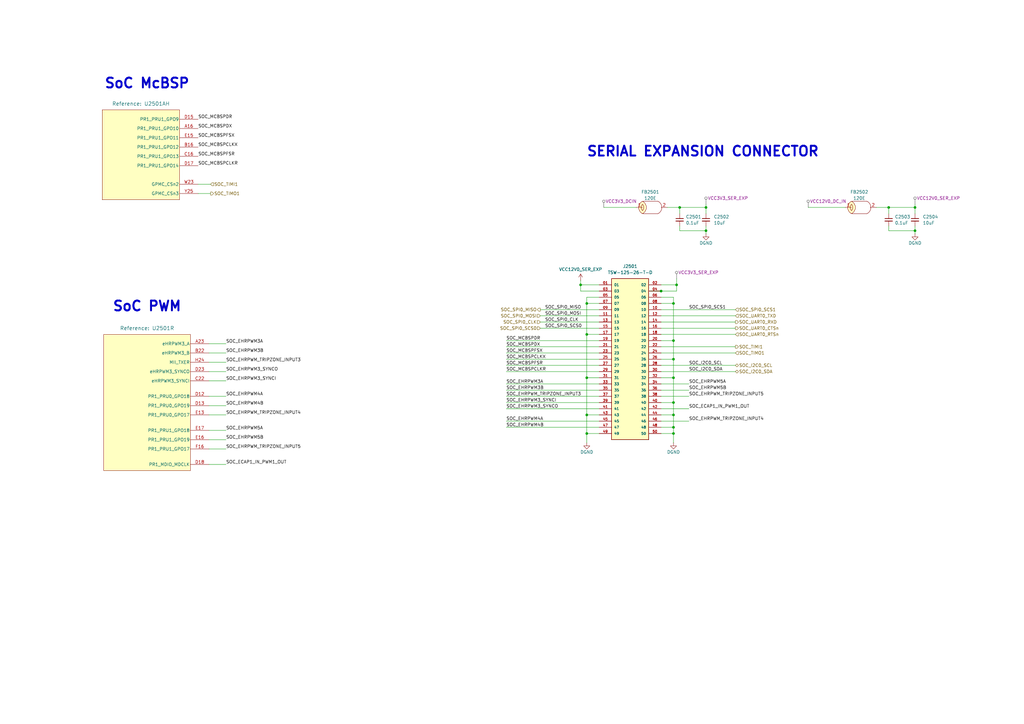
<source format=kicad_sch>
(kicad_sch (version 20250114) (generator "eeschema") (generator_version "9.0")
  (paper "A3")
  (title_block (title "Barre de son (base saine)") (date "2025-05-16") (rev "1.0") (company "NDH"))
  (lib_symbols
    (symbol "Device:C_Small" (pin_numbers (hide yes)) (pin_names (offset 0.254) (hide yes))
      (property "Reference" "C" (at 0.254 1.778 0))
      (property "Value" "C_Small" (at 0.254 -2.032 0))
      (symbol "C_Small_1_1"
        (pin passive line (at 0 2.54 270) (length 2.032) (name "~") (number "1"))
        (pin passive line (at 0 -2.54 90) (length 2.032) (name "~") (number "2"))
      )
    )
    (symbol "Libglobal:66AK2G12ABY100" (pin_names (offset 0.254))
      (property "Reference" "U" (at -46.228 -50.8 0) (show_name))
      (symbol "66AK2G12ABY100_1_1"
        (pin bidirectional line (at -68.58 110.49 0) (length 7.62) (name "DDR3_DQS0_P") (number "AD1"))
        (pin bidirectional line (at -68.58 107.95 0) (length 7.62) (name "DDR3_DQS0_N") (number "AE2"))
        (pin bidirectional line (at -68.58 102.87 0) (length 7.62) (name "DDR3_DQS1_P") (number "AD4"))
        (pin bidirectional line (at -68.58 100.33 0) (length 7.62) (name "DDR3_DQS1_N") (number "AE4"))
        (pin bidirectional line (at -68.58 95.25 0) (length 7.62) (name "DDR3_DQS2_P") (number "AE6"))
        (pin bidirectional line (at -68.58 92.71 0) (length 7.62) (name "DDR3_DQS2_N") (number "AD6"))
        (pin bidirectional line (at -68.58 87.63 0) (length 7.62) (name "DDR3_DQS3_P") (number "AE9"))
        (pin bidirectional line (at -68.58 85.09 0) (length 7.62) (name "DDR3_DQS3_N") (number "AD9"))
        (pin bidirectional line (at -68.58 80.01 0) (length 7.62) (name "DDR3_CBDQS_P") (number "AE12"))
        (pin bidirectional line (at -68.58 77.47 0) (length 7.62) (name "DDR3_CBDQS_N") (number "AD12"))
        (pin tri_state line (at -68.58 72.39 0) (length 7.62) (name "DDR3_DQM0") (number "AB4"))
        (pin tri_state line (at -68.58 69.85 0) (length 7.62) (name "DDR3_DQM1") (number "AA5"))
        (pin tri_state line (at -68.58 67.31 0) (length 7.62) (name "DDR3_DQM2") (number "AC8"))
        (pin tri_state line (at -68.58 64.77 0) (length 7.62) (name "DDR3_DQM3") (number "AA9"))
        (pin bidirectional line (at -68.58 58.42 0) (length 7.62) (name "DDR3_CBDQM") (number "Y11"))
        (pin tri_state line (at -68.58 50.8 0) (length 7.62) (name "DDR3_ODT0") (number "AA13"))
        (pin bidirectional line (at -68.58 48.26 0) (length 7.62) (name "DDR3_ODT1") (number "Y12"))
        (pin bidirectional line (at -68.58 41.91 0) (length 7.62) (name "DDR3_CB00") (number "AA11"))
        (pin bidirectional line (at -68.58 39.37 0) (length 7.62) (name "DDR3_CB01") (number "AB11"))
        (pin bidirectional line (at -68.58 36.83 0) (length 7.62) (name "DDR3_CB02") (number "AC11"))
        (pin bidirectional line (at -68.58 34.29 0) (length 7.62) (name "DDR3_CB03") (number "AC12"))
        (pin tri_state line (at -68.58 27.94 0) (length 7.62) (name "DDR3_CKE0") (number "AB18"))
        (pin bidirectional line (at -68.58 25.4 0) (length 7.62) (name "DDR3_CKE1") (number "AC18"))
        (pin tri_state line (at -68.58 19.05 0) (length 7.62) (name "DDR3_CEn0") (number "AD13"))
        (pin bidirectional line (at -68.58 16.51 0) (length 7.62) (name "DDR3_CEn1") (number "AB12"))
        (pin tri_state line (at -68.58 10.16 0) (length 7.62) (name "DDR_CLK_N") (number "AD24"))
        (pin tri_state line (at -68.58 7.62 0) (length 7.62) (name "DDR_CLK_P") (number "AE24"))
        (pin tri_state line (at -68.58 1.27 0) (length 7.62) (name "DDR3_CLKOUT_P0") (number "AE15"))
        (pin tri_state line (at -68.58 -1.27 0) (length 7.62) (name "DDR3_CLKOUT_N0") (number "AD15"))
        (pin tri_state line (at -68.58 -7.62 0) (length 7.62) (name "DDR3_CLKOUT_P1") (number "AE16"))
        (pin tri_state line (at -68.58 -10.16 0) (length 7.62) (name "DDR3_CLKOUT_N1") (number "AD16"))
        (pin unspecified line (at -68.58 -16.51 0) (length 7.62) (name "DDR3_RZQ0") (number "W12"))
        (pin unspecified line (at -68.58 -19.05 0) (length 7.62) (name "DDR3_RZQ1") (number "V9"))
        (pin tri_state line (at -68.58 -25.4 0) (length 7.62) (name "DDR3_CASn") (number "AC13"))
        (pin tri_state line (at -68.58 -27.94 0) (length 7.62) (name "DDR3_RASn") (number "AE13"))
        (pin tri_state line (at -68.58 -34.29 0) (length 7.62) (name "DDR3_WEn") (number "Y13"))
        (pin tri_state line (at -68.58 -40.64 0) (length 7.62) (name "DDR3_RESETn") (number "Y18"))
        (pin tri_state line (at 2.54 110.49 180) (length 7.62) (name "DDR3_A00") (number "AC15"))
        (pin tri_state line (at 2.54 107.95 180) (length 7.62) (name "DDR3_A01") (number "Y15"))
        (pin tri_state line (at 2.54 105.41 180) (length 7.62) (name "DDR3_A02") (number "AC16"))
        (pin tri_state line (at 2.54 102.87 180) (length 7.62) (name "DDR3_A03") (number "AA15"))
        (pin tri_state line (at 2.54 100.33 180) (length 7.62) (name "DDR3_A04") (number "AB16"))
        (pin tri_state line (at 2.54 97.79 180) (length 7.62) (name "DDR3_A05") (number "AE17"))
        (pin tri_state line (at 2.54 95.25 180) (length 7.62) (name "DDR3_A06") (number "AC14"))
        (pin tri_state line (at 2.54 92.71 180) (length 7.62) (name "DDR3_A07") (number "AB15"))
        (pin tri_state line (at 2.54 90.17 180) (length 7.62) (name "DDR3_A08") (number "AC17"))
        (pin tri_state line (at 2.54 87.63 180) (length 7.62) (name "DDR3_A09") (number "AB17"))
        (pin tri_state line (at 2.54 85.09 180) (length 7.62) (name "DDR3_A10") (number "AB14"))
        (pin tri_state line (at 2.54 82.55 180) (length 7.62) (name "DDR3_A11") (number "AA16"))
        (pin tri_state line (at 2.54 80.01 180) (length 7.62) (name "DDR3_A12") (number "AA17"))
        (pin tri_state line (at 2.54 77.47 180) (length 7.62) (name "DDR3_A13") (number "AA12"))
        (pin tri_state line (at 2.54 74.93 180) (length 7.62) (name "DDR3_A14") (number "Y17"))
        (pin tri_state line (at 2.54 72.39 180) (length 7.62) (name "DDR3_A15") (number "Y16"))
        (pin tri_state line (at 2.54 66.04 180) (length 7.62) (name "DDR3_BA0") (number "AA14"))
        (pin tri_state line (at 2.54 62.23 180) (length 7.62) (name "DDR3_BA1") (number "AB13"))
        (pin tri_state line (at 2.54 58.42 180) (length 7.62) (name "DDR3_BA2") (number "AD17"))
        (pin bidirectional line (at 2.54 52.07 180) (length 7.62) (name "DDR3_D00") (number "AD2"))
        (pin bidirectional line (at 2.54 49.53 180) (length 7.62) (name "DDR3_D01") (number "Y4"))
        (pin bidirectional line (at 2.54 46.99 180) (length 7.62) (name "DDR3_D02") (number "AC3"))
        (pin bidirectional line (at 2.54 44.45 180) (length 7.62) (name "DDR3_D03") (number "AC2"))
        (pin bidirectional line (at 2.54 41.91 180) (length 7.62) (name "DDR3_D04") (number "AE3"))
        (pin bidirectional line (at 2.54 39.37 180) (length 7.62) (name "DDR3_D05") (number "AA4"))
        (pin bidirectional line (at 2.54 36.83 180) (length 7.62) (name "DDR3_D06") (number "AD3"))
        (pin bidirectional line (at 2.54 34.29 180) (length 7.62) (name "DDR3_D07") (number "AB3"))
        (pin bidirectional line (at 2.54 29.21 180) (length 7.62) (name "DDR3_D08") (number "AA6"))
        (pin bidirectional line (at 2.54 26.67 180) (length 7.62) (name "DDR3_D09") (number "Y7"))
        (pin bidirectional line (at 2.54 24.13 180) (length 7.62) (name "DDR3_D10") (number "Y6"))
        (pin bidirectional line (at 2.54 21.59 180) (length 7.62) (name "DDR3_D11") (number "AC5"))
        (pin bidirectional line (at 2.54 19.05 180) (length 7.62) (name "DDR3_D12") (number "AB6"))
        (pin bidirectional line (at 2.54 16.51 180) (length 7.62) (name "DDR3_D13") (number "Y5"))
        (pin bidirectional line (at 2.54 13.97 180) (length 7.62) (name "DDR3_D14") (number "AC4"))
        (pin bidirectional line (at 2.54 11.43 180) (length 7.62) (name "DDR3_D15") (number "AB5"))
        (pin bidirectional line (at 2.54 6.35 180) (length 7.62) (name "DDR3_D16") (number "AB7"))
        (pin bidirectional line (at 2.54 3.81 180) (length 7.62) (name "DDR3_D17") (number "AB8"))
        (pin bidirectional line (at 2.54 1.27 180) (length 7.62) (name "DDR3_D18") (number "AC7"))
        (pin bidirectional line (at 2.54 -1.27 180) (length 7.62) (name "DDR3_D19") (number "AA7"))
        (pin bidirectional line (at 2.54 -3.81 180) (length 7.62) (name "DDR3_D20") (number "AA8"))
        (pin bidirectional line (at 2.54 -6.35 180) (length 7.62) (name "DDR3_D21") (number "AC6"))
        (pin bidirectional line (at 2.54 -8.89 180) (length 7.62) (name "DDR3_D22") (number "AE7"))
        (pin bidirectional line (at 2.54 -11.43 180) (length 7.62) (name "DDR3_D23") (number "AD7"))
        (pin bidirectional line (at 2.54 -16.51 180) (length 7.62) (name "DDR3_D24") (number "AA10"))
        (pin bidirectional line (at 2.54 -19.05 180) (length 7.62) (name "DDR3_D25") (number "AE10"))
        (pin bidirectional line (at 2.54 -21.59 180) (length 7.62) (name "DDR3_D26") (number "AD10"))
        (pin bidirectional line (at 2.54 -24.13 180) (length 7.62) (name "DDR3_D27") (number "AC10"))
        (pin bidirectional line (at 2.54 -26.67 180) (length 7.62) (name "DDR3_D28") (number "AC9"))
        (pin bidirectional line (at 2.54 -29.21 180) (length 7.62) (name "DDR3_D29") (number "AB10"))
        (pin bidirectional line (at 2.54 -31.75 180) (length 7.62) (name "DDR3_D30") (number "AB9"))
        (pin bidirectional line (at 2.54 -34.29 180) (length 7.62) (name "DDR3_D31") (number "Y8"))
      )
      (symbol "66AK2G12ABY100_2_1"
        (pin bidirectional line (at -6.35 44.45 180) (length 7.62) (name "DSS_DATA0") (number "V22"))
        (pin bidirectional line (at -6.35 41.91 180) (length 7.62) (name "DSS_DATA1") (number "U21"))
        (pin bidirectional line (at -6.35 39.37 180) (length 7.62) (name "DSS_DATA2") (number "W22"))
        (pin bidirectional line (at -6.35 36.83 180) (length 7.62) (name "DSS_DATA3") (number "V23"))
        (pin bidirectional line (at -6.35 34.29 180) (length 7.62) (name "DSS_DATA4") (number "U23"))
        (pin bidirectional line (at -6.35 31.75 180) (length 7.62) (name "DSS_DATA5") (number "V24"))
        (pin bidirectional line (at -6.35 29.21 180) (length 7.62) (name "DSS_DATA6") (number "T21"))
        (pin bidirectional line (at -6.35 26.67 180) (length 7.62) (name "DSS_DATA7") (number "U22"))
        (pin bidirectional line (at -6.35 24.13 180) (length 7.62) (name "DSS_DATA8") (number "T22"))
        (pin bidirectional line (at -6.35 21.59 180) (length 7.62) (name "DSS_DATA9") (number "R21"))
        (pin bidirectional line (at -6.35 19.05 180) (length 7.62) (name "DSS_DATA10") (number "U24"))
        (pin bidirectional line (at -6.35 16.51 180) (length 7.62) (name "DSS_DATA11") (number "V25"))
        (pin bidirectional line (at -6.35 13.97 180) (length 7.62) (name "DSS_DATA12") (number "T24"))
        (pin bidirectional line (at -6.35 11.43 180) (length 7.62) (name "DSS_DATA13") (number "P21"))
        (pin bidirectional line (at -6.35 8.89 180) (length 7.62) (name "DSS_DATA14") (number "U25"))
        (pin bidirectional line (at -6.35 6.35 180) (length 7.62) (name "DSS_DATA15") (number "R22"))
        (pin bidirectional line (at -6.35 3.81 180) (length 7.62) (name "DSS_DATA16") (number "P23"))
        (pin bidirectional line (at -6.35 1.27 180) (length 7.62) (name "DSS_DATA17") (number "R24"))
        (pin bidirectional line (at -6.35 -1.27 180) (length 7.62) (name "DSS_DATA18") (number "N22"))
        (pin bidirectional line (at -6.35 -3.81 180) (length 7.62) (name "DSS_DATA19") (number "T25"))
        (pin bidirectional line (at -6.35 -6.35 180) (length 7.62) (name "DSS_DATA20") (number "N24"))
        (pin bidirectional line (at -6.35 -8.89 180) (length 7.62) (name "DSS_DATA21") (number "P24"))
        (pin bidirectional line (at -6.35 -11.43 180) (length 7.62) (name "DSS_DATA22") (number "P25"))
        (pin bidirectional line (at -6.35 -13.97 180) (length 7.62) (name "DSS_DATA23") (number "N23"))
        (pin bidirectional line (at -6.35 -20.32 180) (length 7.62) (name "DSS_VSYNC") (number "R25"))
        (pin bidirectional line (at -6.35 -24.13 180) (length 7.62) (name "DSS_HSYNC") (number "P22"))
        (pin bidirectional line (at -6.35 -27.94 180) (length 7.62) (name "DSS_PCLK") (number "N25"))
        (pin bidirectional line (at -6.35 -31.75 180) (length 7.62) (name "DSS_FID") (number "L25"))
        (pin bidirectional line (at -6.35 -35.56 180) (length 7.62) (name "DSS_DE") (number "M25"))
        (pin bidirectional line (at -6.35 -41.91 180) (length 7.62) (name "PR1_MDIO_DATA") (number "E18"))
      )
      (symbol "66AK2G12ABY100_3_1"
        (pin bidirectional line (at 1.27 71.12 180) (length 7.62) (name "PR1_PRU1_GPO0/PR1_PRU1_GPI0/GPIO1_26") (number "A14"))
        (pin bidirectional line (at 1.27 66.04 180) (length 7.62) (name "PR1_PRU1_GPO1/PR1_PRU1_GPI1/GPIO1_27") (number "B14"))
        (pin bidirectional line (at 1.27 60.96 180) (length 7.62) (name "PR1_PRU1_GPO2/PR1_PRU1_GPI2/GPIO1_28") (number "C14"))
        (pin bidirectional line (at 1.27 55.88 180) (length 7.62) (name "PR1_PRU1_GPO3/PR1_PRU1_GPI3/GPIO1_29") (number "E14"))
        (pin bidirectional line (at 1.27 50.8 180) (length 7.62) (name "PR1_PRU1_GPO4/PR1_PRU1_GPI4/GPIO1_30") (number "D14"))
        (pin bidirectional line (at 1.27 45.72 180) (length 7.62) (name "PR1_PRU1_GPO5/PR1_PRU1_GPI5/GPIO1_31") (number "A15"))
        (pin bidirectional line (at 1.27 40.64 180) (length 7.62) (name "PR1_PRU1_GPO6/PR1_PRU1_GPI6/GPIO1_32") (number "F14"))
        (pin bidirectional line (at 1.27 35.56 180) (length 7.62) (name "PR1_PRU1_GPO7/PR1_PRU1_GPI7/GPIO1_33") (number "B15"))
        (pin bidirectional line (at 1.27 30.48 180) (length 7.62) (name "PR1_PRU1_GPO8/PR1_PRU1_GPI8/GPIO1_34") (number "C15"))
        (pin bidirectional line (at 1.27 25.4 180) (length 7.62) (name "PR1_PRU1_GPO15/PR1_PRU1_GPI15/GPIO1_41") (number "C18"))
        (pin bidirectional line (at 1.27 19.05 180) (length 7.62) (name "PR1_PRU1_GPO16/PR1_PRU1_GPI16/GPIO1_42") (number "D16"))
        (pin bidirectional line (at 1.27 8.89 180) (length 7.62) (name "GPMC_BEn1/GPIO0_21") (number "AB24"))
        (pin bidirectional line (at 1.27 3.81 180) (length 7.62) (name "GPMC_CLK/GPIO0_16") (number "AB23"))
        (pin bidirectional line (at 1.27 -5.08 180) (length 7.62) (name "MII_RXER/RMII_RXER/GPIO0_82") (number "F23"))
        (pin bidirectional line (at 1.27 -11.43 180) (length 7.62) (name "MII_COL/GPIO0_83") (number "B25"))
        (pin bidirectional line (at 1.27 -17.78 180) (length 7.62) (name "MII_CRS/RMII_CRS_DV/GPIO0_84") (number "G22"))
        (pin bidirectional line (at 1.27 -29.21 180) (length 7.62) (name "SPI3_SCSn1/PR0_UART0_RXD/GPIO0_87") (number "E25"))
        (pin bidirectional line (at 1.27 -36.83 180) (length 7.62) (name "SPI1_SCSn1/GPIO0_100") (number "N3"))
      )
      (symbol "66AK2G12ABY100_4_1"
        (pin bidirectional line (at -15.24 -25.4 180) (length 7.62) (name "SPI0_SOMI") (number "M1"))
        (pin bidirectional line (at -15.24 -30.48 180) (length 7.62) (name "SPI0_SIMO") (number "N4"))
        (pin bidirectional line (at -15.24 -35.56 180) (length 7.62) (name "SPI0_CLK") (number "M2"))
        (pin bidirectional line (at -15.24 -40.64 180) (length 7.62) (name "SPI0_SCSn0") (number "M3"))
        (pin bidirectional line (at -15.24 -45.72 180) (length 7.62) (name "SPI0_SCSn1") (number "M4"))
      )
      (symbol "66AK2G12ABY100_5_1"
        (pin bidirectional line (at -7.62 31.75 180) (length 7.62) (name "GPMC_AD0") (number "AC21"))
        (pin bidirectional line (at -7.62 29.21 180) (length 7.62) (name "GPMC_AD1") (number "AE20"))
        (pin bidirectional line (at -7.62 26.67 180) (length 7.62) (name "GPMC_AD2") (number "AD22"))
        (pin bidirectional line (at -7.62 24.13 180) (length 7.62) (name "GPMC_AD3") (number "AD20"))
        (pin bidirectional line (at -7.62 21.59 180) (length 7.62) (name "GPMC_AD4") (number "AE21"))
        (pin bidirectional line (at -7.62 19.05 180) (length 7.62) (name "GPMC_AD5") (number "AE22"))
        (pin bidirectional line (at -7.62 16.51 180) (length 7.62) (name "GPMC_AD6") (number "AC20"))
        (pin bidirectional line (at -7.62 13.97 180) (length 7.62) (name "GPMC_AD7") (number "AD21"))
        (pin bidirectional line (at -7.62 11.43 180) (length 7.62) (name "GPMC_AD8") (number "AE23"))
        (pin bidirectional line (at -7.62 8.89 180) (length 7.62) (name "GPMC_AD9") (number "AB20"))
        (pin bidirectional line (at -7.62 6.35 180) (length 7.62) (name "GPMC_AD10") (number "AA20"))
        (pin bidirectional line (at -7.62 3.81 180) (length 7.62) (name "GPMC_AD11") (number "AD23"))
        (pin bidirectional line (at -7.62 1.27 180) (length 7.62) (name "GPMC_AD12") (number "AA21"))
        (pin bidirectional line (at -7.62 -1.27 180) (length 7.62) (name "GPMC_AD13") (number "AB21"))
        (pin bidirectional line (at -7.62 -3.81 180) (length 7.62) (name "GPMC_AD14") (number "AB22"))
        (pin bidirectional line (at -7.62 -6.35 180) (length 7.62) (name "GPMC_AD15") (number "AA22"))
        (pin bidirectional line (at -7.62 -16.51 180) (length 7.62) (name "GPMC_ADVn_ALE") (number "AC23"))
        (pin bidirectional line (at -7.62 -19.05 180) (length 7.62) (name "GPMC_OEn_REn") (number "AC22"))
        (pin bidirectional line (at -7.62 -21.59 180) (length 7.62) (name "GPMC_WEn") (number "Y22"))
        (pin bidirectional line (at -7.62 -24.13 180) (length 7.62) (name "GPMC_BEn0_CLE") (number "AC24"))
        (pin bidirectional line (at -7.62 -26.67 180) (length 7.62) (name "GPMC_WAIT0") (number "Y24"))
        (pin bidirectional line (at -7.62 -36.83 180) (length 7.62) (name "GPMC_WPn") (number "W25"))
        (pin bidirectional line (at -7.62 -43.18 180) (length 7.62) (name "GPMC_CSn0") (number "AB25"))
      )
      (symbol "66AK2G12ABY100_6_1"
        (pin bidirectional line (at -11.43 8.89 180) (length 7.62) (name "MMC1_DAT0") (number "H3"))
        (pin bidirectional line (at -11.43 3.81 180) (length 7.62) (name "MMC1_DAT1") (number "F5"))
        (pin bidirectional line (at -11.43 -1.27 180) (length 7.62) (name "MMC1_DAT2") (number "J5"))
        (pin bidirectional line (at -11.43 -6.35 180) (length 7.62) (name "MMC1_DAT3") (number "H4"))
        (pin bidirectional line (at -11.43 -11.43 180) (length 7.62) (name "MMC1_DAT4") (number "E3"))
        (pin bidirectional line (at -11.43 -13.97 180) (length 7.62) (name "MMC1_DAT5") (number "G4"))
        (pin bidirectional line (at -11.43 -16.51 180) (length 7.62) (name "MMC1_DAT6") (number "F4"))
        (pin bidirectional line (at -11.43 -19.05 180) (length 7.62) (name "MMC1_DAT7") (number "G5"))
        (pin bidirectional line (at -11.43 -24.13 180) (length 7.62) (name "MMC1_CLK") (number "J4"))
        (pin bidirectional line (at -11.43 -29.21 180) (length 7.62) (name "MMC1_CMD") (number "J2"))
        (pin bidirectional line (at -11.43 -34.29 180) (length 7.62) (name "MMC1_POW") (number "K2"))
        (pin bidirectional line (at -11.43 -36.83 180) (length 7.62) (name "MMC1_SDCD") (number "J3"))
        (pin bidirectional line (at -11.43 -43.18 180) (length 7.62) (name "MMC1_SDWP") (number "K3"))
      )
      (symbol "66AK2G12ABY100_7_1"
        (pin bidirectional line (at -13.97 29.21 180) (length 7.62) (name "MII_TXD0") (number "G23"))
        (pin bidirectional line (at -13.97 24.13 180) (length 7.62) (name "MII_TXD1") (number "G24"))
        (pin bidirectional line (at -13.97 19.05 180) (length 7.62) (name "MII_TXD2") (number "G25"))
        (pin bidirectional line (at -13.97 13.97 180) (length 7.62) (name "MII_TXD3") (number "D25"))
        (pin bidirectional line (at -13.97 6.35 180) (length 7.62) (name "MII_TXCLK") (number "C25"))
        (pin bidirectional line (at -13.97 1.27 180) (length 7.62) (name "MII_TXEN") (number "H25"))
        (pin bidirectional line (at -13.97 -6.35 180) (length 7.62) (name "MDIO_CLK") (number "U3"))
        (pin bidirectional line (at -13.97 -10.16 180) (length 7.62) (name "MDIO_DATA") (number "V3"))
        (pin bidirectional line (at -13.97 -17.78 180) (length 7.62) (name "MII_RXCLK") (number "A22"))
        (pin bidirectional line (at -13.97 -22.86 180) (length 7.62) (name "MII_RXDV") (number "A24"))
        (pin bidirectional line (at -13.97 -30.48 180) (length 7.62) (name "MII_RXD0") (number "B24"))
        (pin bidirectional line (at -13.97 -35.56 180) (length 7.62) (name "MII_RXD1") (number "C23"))
        (pin bidirectional line (at -13.97 -40.64 180) (length 7.62) (name "MII_RXD2") (number "B23"))
        (pin bidirectional line (at -13.97 -45.72 180) (length 7.62) (name "MII_RXD3") (number "F22"))
      )
      (symbol "66AK2G12ABY100_8_1"
        (pin input line (at -10.16 -5.08 180) (length 7.62) (name "NMIn") (number "W1"))
        (pin input line (at -10.16 -10.16 180) (length 7.62) (name "PORn") (number "AA3"))
        (pin input line (at -10.16 -15.24 180) (length 7.62) (name "LRESETNMIENn") (number "V1"))
        (pin input line (at -10.16 -20.32 180) (length 7.62) (name "LRESETn") (number "V2"))
        (pin input line (at -10.16 -25.4 180) (length 7.62) (name "RESETn") (number "W3"))
        (pin input line (at -10.16 -30.48 180) (length 7.62) (name "RESETFULLn") (number "W2"))
        (pin output line (at -10.16 -38.1 180) (length 7.62) (name "RESETSTATn") (number "Y2"))
        (pin tri_state line (at -10.16 -45.72 180) (length 7.62) (name "BOOTCOMPLETE") (number "Y3"))
      )
      (symbol "66AK2G12ABY100_9_1"
        (pin input line (at -69.85 8.89 0) (length 7.62) (name "AUDOSC_IN") (number "C17"))
        (pin output line (at -69.85 3.81 0) (length 7.62) (name "AUDOSC_OUT") (number "A17"))
        (pin power_in line (at -69.85 -1.27 0) (length 7.62) (name "VSS_OSC_AUDIO") (number "B17"))
        (pin output line (at -69.85 -12.7 0) (length 7.62) (name "USB1_XO") (number "C20"))
        (pin output line (at -69.85 -17.78 0) (length 7.62) (name "USB0_XO") (number "D19"))
        (pin tri_state line (at -69.85 -26.67 0) (length 7.62) (name "OBSPLL_LOCK") (number "N5"))
        (pin output line (at -69.85 -30.48 0) (length 7.62) (name "OBSCLK_P") (number "K1"))
        (pin output line (at -69.85 -34.29 0) (length 7.62) (name "OBSCLK_N") (number "L1"))
        (pin output line (at -69.85 -44.45 0) (length 7.62) (name "RMII_REFCLK/PR0_eCAP0_eCAP_SYNCOUT") (number "D24"))
        (pin input line (at 6.35 8.89 180) (length 7.62) (name "SYSOSC_IN") (number "AC19"))
        (pin output line (at 6.35 3.81 180) (length 7.62) (name "SYSOSC_OUT") (number "AE19"))
        (pin power_in line (at 6.35 -1.27 180) (length 7.62) (name "VSS_OSC_SYS") (number "AD19"))
        (pin input line (at 6.35 -10.16 180) (length 7.62) (name "SYSCLK_P") (number "AD25"))
        (pin input line (at 6.35 -15.24 180) (length 7.62) (name "SYSCLK_N") (number "AC25"))
        (pin input line (at 6.35 -24.13 180) (length 7.62) (name "SYSCLKSEL") (number "R1"))
        (pin tri_state line (at 6.35 -30.48 180) (length 7.62) (name "SYSCLKOUT") (number "M21"))
        (pin input line (at 6.35 -39.37 180) (length 7.62) (name "CPTS_REFCLK_P") (number "K21"))
        (pin input line (at 6.35 -44.45 180) (length 7.62) (name "CPTS_REFCLK_N") (number "L21"))
      )
      (symbol "66AK2G12ABY100_10_1"
        (pin input line (at -17.78 -17.78 180) (length 7.62) (name "TDI") (number "L5"))
        (pin tri_state line (at -17.78 -21.59 180) (length 7.62) (name "TDO") (number "K5"))
        (pin input line (at -17.78 -25.4 180) (length 7.62) (name "TCK") (number "L3"))
        (pin input line (at -17.78 -29.21 180) (length 7.62) (name "TMS") (number "K4"))
        (pin input line (at -17.78 -33.02 180) (length 7.62) (name "TRSTn") (number "L4"))
        (pin bidirectional line (at -17.78 -39.37 180) (length 7.62) (name "EMU00") (number "M22"))
        (pin bidirectional line (at -17.78 -45.72 180) (length 7.62) (name "EMU01") (number "L22"))
      )
      (symbol "66AK2G12ABY100_11_1"
        (pin bidirectional line (at -10.16 5.08 180) (length 7.62) (name "MLBP_DAT_P") (number "K23"))
        (pin bidirectional line (at -10.16 0 180) (length 7.62) (name "MLBP_DAT_N") (number "K22"))
        (pin bidirectional line (at -10.16 -6.35 180) (length 7.62) (name "MLBP_SIG_P") (number "L24"))
        (pin bidirectional line (at -10.16 -11.43 180) (length 7.62) (name "MLBP_SIG_N") (number "M24"))
        (pin input line (at -10.16 -19.05 180) (length 7.62) (name "MLBP_CLK_P") (number "M23"))
        (pin input line (at -10.16 -24.13 180) (length 7.62) (name "MLBP_CLK_N") (number "L23"))
        (pin bidirectional line (at -10.16 -34.29 180) (length 7.62) (name "GPMC_WAIT1") (number "AA24"))
        (pin bidirectional line (at -10.16 -39.37 180) (length 7.62) (name "GPMC_DIR") (number "AA25"))
        (pin bidirectional line (at -10.16 -44.45 180) (length 7.62) (name "GPMC_CSn1") (number "W24"))
      )
      (symbol "66AK2G12ABY100_12_1"
        (pin bidirectional line (at -13.97 -13.97 180) (length 7.62) (name "USB1_DP") (number "B20"))
        (pin bidirectional line (at -13.97 -17.78 180) (length 7.62) (name "USB1_DM") (number "A20"))
        (pin unspecified line (at -13.97 -25.4 180) (length 7.62) (name "USB1_ID") (number "E20"))
        (pin unspecified line (at -13.97 -30.48 180) (length 7.62) (name "USB1_VBUS") (number "A21"))
        (pin tri_state line (at -13.97 -38.1 180) (length 7.62) (name "USB1_DRVVBUS") (number "B21"))
        (pin unspecified line (at -13.97 -45.72 180) (length 7.62) (name "USB1_TXRTUNE_RKELVIN") (number "D20"))
      )
      (symbol "66AK2G12ABY100_13_1"
        (pin bidirectional line (at -16.51 -38.1 180) (length 7.62) (name "I2C0_SCL") (number "U5"))
        (pin bidirectional line (at -16.51 -45.72 180) (length 7.62) (name "I2C0_SDA") (number "W5"))
      )
      (symbol "66AK2G12ABY100_14_1"
        (pin bidirectional line (at -7.62 -7.62 180) (length 7.62) (name "QSPI_D0") (number "J23"))
        (pin bidirectional line (at -7.62 -11.43 180) (length 7.62) (name "QSPI_D1") (number "J22"))
        (pin bidirectional line (at -7.62 -15.24 180) (length 7.62) (name "QSPI_D2") (number "J21"))
        (pin bidirectional line (at -7.62 -19.05 180) (length 7.62) (name "QSPI_D3") (number "J24"))
        (pin bidirectional line (at -7.62 -25.4 180) (length 7.62) (name "QSPI_CSn0") (number "J25"))
        (pin bidirectional line (at -7.62 -31.75 180) (length 7.62) (name "QSPI_CLK") (number "K25"))
        (pin bidirectional line (at -7.62 -38.1 180) (length 7.62) (name "QSPI_RCLK") (number "K24"))
        (pin bidirectional line (at -7.62 -45.72 180) (length 7.62) (name "QSPI_CSn1") (number "H23"))
      )
      (symbol "66AK2G12ABY100_15_1"
        (pin tri_state line (at -15.24 -34.29 180) (length 7.62) (name "UART0_TXD") (number "T1"))
        (pin input line (at -15.24 -38.1 180) (length 7.62) (name "UART0_RXD") (number "T4"))
        (pin bidirectional line (at -15.24 -41.91 180) (length 7.62) (name "UART0_CTSn") (number "T2"))
        (pin bidirectional line (at -15.24 -45.72 180) (length 7.62) (name "UART0_RTSn") (number "U1"))
      )
      (symbol "66AK2G12ABY100_16_1"
        (pin output line (at -13.97 -6.35 180) (length 7.62) (name "PCIE_TXP0") (number "G1"))
        (pin output line (at -13.97 -11.43 180) (length 7.62) (name "PCIE_TXN0") (number "H1"))
        (pin input line (at -13.97 -19.05 180) (length 7.62) (name "PCIE_RXP0") (number "E1"))
        (pin input line (at -13.97 -24.13 180) (length 7.62) (name "PCIE_RXN0") (number "D1"))
        (pin input line (at -13.97 -31.75 180) (length 7.62) (name "PCIE_CLK_P") (number "G2"))
        (pin input line (at -13.97 -35.56 180) (length 7.62) (name "PCIE_CLK_N") (number "F2"))
        (pin unspecified line (at -13.97 -43.18 180) (length 7.62) (name "PCIE_REFRES") (number "H7"))
      )
      (symbol "66AK2G12ABY100_17_1"
        (pin bidirectional line (at -8.89 -30.48 180) (length 7.62) (name "DCAN0_TX") (number "P5"))
        (pin bidirectional line (at -8.89 -35.56 180) (length 7.62) (name "DCAN0_RX") (number "R5"))
        (pin bidirectional line (at -8.89 -43.18 180) (length 7.62) (name "QSPI_CSn2") (number "H22"))
        (pin bidirectional line (at -8.89 -46.99 180) (length 7.62) (name "QSPI_CSn3") (number "H21"))
      )
      (symbol "66AK2G12ABY100_18_1"
        (pin bidirectional line (at -6.35 3.81 180) (length 7.62) (name "eHRPWM3_A") (number "A23"))
        (pin bidirectional line (at -6.35 0 180) (length 7.62) (name "eHRPWM3_B") (number "B22"))
        (pin bidirectional line (at -6.35 -3.81 180) (length 7.62) (name "MII_TXER") (number "H24"))
        (pin bidirectional line (at -6.35 -7.62 180) (length 7.62) (name "eHRPWM3_SYNCO") (number "D23"))
        (pin bidirectional line (at -6.35 -11.43 180) (length 7.62) (name "eHRPWM3_SYNCI") (number "C22"))
        (pin bidirectional line (at -6.35 -17.78 180) (length 7.62) (name "PR1_PRU0_GPO18") (number "D12"))
        (pin bidirectional line (at -6.35 -21.59 180) (length 7.62) (name "PR1_PRU0_GPO19") (number "D13"))
        (pin bidirectional line (at -6.35 -25.4 180) (length 7.62) (name "PR1_PRU0_GPO17") (number "E13"))
        (pin bidirectional line (at -6.35 -31.75 180) (length 7.62) (name "PR1_PRU1_GPO18") (number "E17"))
        (pin bidirectional line (at -6.35 -35.56 180) (length 7.62) (name "PR1_PRU1_GPO19") (number "E16"))
        (pin bidirectional line (at -6.35 -39.37 180) (length 7.62) (name "PR1_PRU1_GPO17") (number "F16"))
        (pin bidirectional line (at -6.35 -45.72 180) (length 7.62) (name "PR1_MDIO_MDCLK") (number "D18"))
      )
      (symbol "66AK2G12ABY100_19_1"
        (pin unspecified line (at -8.89 -3.81 180) (length 7.62) (name "RSV1") (number "AA19"))
        (pin input line (at -8.89 -7.62 180) (length 7.62) (name "RSV2") (number "AB19"))
        (pin unspecified line (at -8.89 -11.43 180) (length 7.62) (name "RSV3") (number "Y20"))
        (pin unspecified line (at -8.89 -15.24 180) (length 7.62) (name "RSV4") (number "W19"))
        (pin unspecified line (at -8.89 -19.05 180) (length 7.62) (name "RSV5") (number "D2"))
        (pin input line (at -8.89 -22.86 180) (length 7.62) (name "RSV6") (number "L2"))
        (pin unspecified line (at -8.89 -26.67 180) (length 7.62) (name "RSV7") (number "G3"))
        (pin unspecified line (at -8.89 -30.48 180) (length 7.62) (name "RSV8") (number "F18"))
        (pin unspecified line (at -8.89 -34.29 180) (length 7.62) (name "RSV9") (number "H2"))
        (pin tri_state line (at -8.89 -38.1 180) (length 7.62) (name "RSV10") (number "AA18"))
        (pin tri_state line (at -8.89 -41.91 180) (length 7.62) (name "RSV11") (number "Y19"))
        (pin unspecified line (at -8.89 -45.72 180) (length 7.62) (name "RSV12") (number "Y14"))
      )
      (symbol "66AK2G12ABY100_20_1"
        (pin power_in line (at -57.15 46.99 0) (length 7.62) (name "CVDD") (number "N14"))
        (pin power_in line (at -57.15 43.18 0) (length 7.62) (name "CVDD") (number "N12"))
        (pin power_in line (at -57.15 39.37 0) (length 7.62) (name "CVDD") (number "N10"))
        (pin power_in line (at -57.15 35.56 0) (length 7.62) (name "CVDD") (number "M17"))
        (pin power_in line (at -57.15 31.75 0) (length 7.62) (name "CVDD") (number "M15"))
        (pin power_in line (at -57.15 27.94 0) (length 7.62) (name "CVDD") (number "M13"))
        (pin power_in line (at -57.15 24.13 0) (length 7.62) (name "CVDD") (number "M11"))
        (pin power_in line (at -57.15 20.32 0) (length 7.62) (name "CVDD") (number "M9"))
        (pin power_in line (at -57.15 16.51 0) (length 7.62) (name "CVDD") (number "L18"))
        (pin power_in line (at -57.15 12.7 0) (length 7.62) (name "CVDD") (number "L16"))
        (pin power_in line (at -57.15 8.89 0) (length 7.62) (name "CVDD") (number "L14"))
        (pin power_in line (at -57.15 5.08 0) (length 7.62) (name "CVDD") (number "L12"))
        (pin power_in line (at -57.15 1.27 0) (length 7.62) (name "CVDD") (number "L10"))
        (pin power_in line (at -57.15 -2.54 0) (length 7.62) (name "CVDD") (number "K17"))
        (pin power_in line (at -57.15 -6.35 0) (length 7.62) (name "CVDD") (number "K15"))
        (pin power_in line (at -57.15 -10.16 0) (length 7.62) (name "CVDD") (number "K13"))
        (pin power_in line (at -57.15 -13.97 0) (length 7.62) (name "CVDD") (number "K11"))
        (pin power_in line (at -57.15 -17.78 0) (length 7.62) (name "CVDD") (number "K9"))
        (pin power_in line (at -57.15 -21.59 0) (length 7.62) (name "CVDD") (number "J16"))
        (pin power_in line (at -57.15 -29.21 0) (length 7.62) (name "CVDD1") (number "T13"))
        (pin power_in line (at -57.15 -33.02 0) (length 7.62) (name "CVDD1") (number "N18"))
        (pin power_in line (at -57.15 -36.83 0) (length 7.62) (name "CVDD1") (number "N8"))
        (pin power_in line (at -57.15 -40.64 0) (length 7.62) (name "CVDD1") (number "J12"))
        (pin power_in line (at -57.15 -44.45 0) (length 7.62) (name "CVDD1") (number "M5"))
        (pin power_in line (at -6.35 46.99 180) (length 7.62) (name "CVDD") (number "N16"))
        (pin power_in line (at -6.35 43.18 180) (length 7.62) (name "CVDD") (number "P9"))
        (pin power_in line (at -6.35 39.37 180) (length 7.62) (name "CVDD") (number "P11"))
        (pin power_in line (at -6.35 35.56 180) (length 7.62) (name "CVDD") (number "P13"))
        (pin power_in line (at -6.35 31.75 180) (length 7.62) (name "CVDD") (number "P15"))
        (pin power_in line (at -6.35 27.94 180) (length 7.62) (name "CVDD") (number "P17"))
        (pin power_in line (at -6.35 24.13 180) (length 7.62) (name "CVDD") (number "R8"))
        (pin power_in line (at -6.35 20.32 180) (length 7.62) (name "CVDD") (number "R10"))
        (pin power_in line (at -6.35 16.51 180) (length 7.62) (name "CVDD") (number "R12"))
        (pin power_in line (at -6.35 12.7 180) (length 7.62) (name "CVDD") (number "R14"))
        (pin power_in line (at -6.35 8.89 180) (length 7.62) (name "CVDD") (number "R16"))
        (pin power_in line (at -6.35 5.08 180) (length 7.62) (name "CVDD") (number "R18"))
        (pin power_in line (at -6.35 1.27 180) (length 7.62) (name "CVDD") (number "T9"))
        (pin power_in line (at -6.35 -2.54 180) (length 7.62) (name "CVDD") (number "T11"))
        (pin power_in line (at -6.35 -6.35 180) (length 7.62) (name "CVDD") (number "T15"))
        (pin power_in line (at -6.35 -10.16 180) (length 7.62) (name "CVDD") (number "T17"))
        (pin power_in line (at -6.35 -13.97 180) (length 7.62) (name "CVDD") (number "U16"))
        (pin power_in line (at -6.35 -17.78 180) (length 7.62) (name "CVDD") (number "J10"))
        (pin power_in line (at -6.35 -21.59 180) (length 7.62) (name "CVDD") (number "J14"))
      )
      (symbol "66AK2G12ABY100_21_1"
        (pin power_in line (at -2.54 50.8 180) (length 7.62) (name "DVDD33") (number "H9"))
        (pin power_in line (at -2.54 46.99 180) (length 7.62) (name "DVDD33") (number "AA23"))
        (pin power_in line (at -2.54 43.18 180) (length 7.62) (name "DVDD33") (number "E23"))
        (pin power_in line (at -2.54 39.37 180) (length 7.62) (name "DVDD33") (number "F21"))
        (pin power_in line (at -2.54 35.56 180) (length 7.62) (name "DVDD33") (number "G20"))
        (pin power_in line (at -2.54 31.75 180) (length 7.62) (name "DVDD33") (number "J20"))
        (pin power_in line (at -2.54 27.94 180) (length 7.62) (name "DVDD33") (number "P19"))
        (pin power_in line (at -2.54 24.13 180) (length 7.62) (name "DVDD33") (number "R20"))
        (pin power_in line (at -2.54 20.32 180) (length 7.62) (name "DVDD33") (number "T19"))
        (pin power_in line (at -2.54 16.51 180) (length 7.62) (name "DVDD33") (number "U20"))
        (pin power_in line (at -2.54 12.7 180) (length 7.62) (name "DVDD33") (number "V21"))
        (pin power_in line (at -2.54 8.89 180) (length 7.62) (name "DVDD33") (number "F7"))
        (pin power_in line (at -2.54 5.08 180) (length 7.62) (name "DVDD33") (number "F11"))
        (pin power_in line (at -2.54 1.27 180) (length 7.62) (name "DVDD33") (number "F15"))
        (pin power_in line (at -2.54 -2.54 180) (length 7.62) (name "DVDD33") (number "G12"))
        (pin power_in line (at -2.54 -6.35 180) (length 7.62) (name "DVDD33") (number "G16"))
        (pin power_in line (at -2.54 -10.16 180) (length 7.62) (name "DVDD33") (number "H11"))
        (pin power_in line (at -2.54 -13.97 180) (length 7.62) (name "DVDD33") (number "H13"))
        (pin power_in line (at -2.54 -17.78 180) (length 7.62) (name "DVDD33") (number "H15"))
        (pin power_in line (at -2.54 -21.59 180) (length 7.62) (name "DVDD33") (number "P7"))
        (pin power_in line (at -2.54 -25.4 180) (length 7.62) (name "DVDD33") (number "R6"))
        (pin power_in line (at -2.54 -29.21 180) (length 7.62) (name "DVDD33") (number "T23"))
        (pin power_in line (at -2.54 -33.02 180) (length 7.62) (name "DVDD33") (number "T7"))
        (pin power_in line (at -2.54 -40.64 180) (length 7.62) (name "DVDD33_USB") (number "H17"))
        (pin power_in line (at -2.54 -43.18 180) (length 7.62) (name "DVDD33_USB") (number "G18"))
      )
      (symbol "66AK2G12ABY100_22_1"
        (pin power_in line (at -67.31 15.24 0) (length 7.62) (name "DVDD18") (number "F17"))
        (pin power_in line (at -67.31 12.7 0) (length 7.62) (name "DVDD18") (number "L20"))
        (pin power_in line (at -67.31 10.16 0) (length 7.62) (name "DVDD18") (number "K19"))
        (pin power_in line (at -67.31 7.62 0) (length 7.62) (name "DVDD18") (number "M7"))
        (pin power_in line (at -67.31 5.08 0) (length 7.62) (name "DVDD18") (number "L6"))
        (pin power_in line (at -67.31 2.54 0) (length 7.62) (name "DVDD18") (number "W6"))
        (pin power_in line (at -67.31 0 0) (length 7.62) (name "DVDD18") (number "U6"))
        (pin power_in line (at -67.31 -2.54 0) (length 7.62) (name "DVDD18") (number "U18"))
        (pin power_in line (at -67.31 -5.08 0) (length 7.62) (name "DVDD18") (number "V19"))
        (pin power_in line (at -67.31 -7.62 0) (length 7.62) (name "DVDD18") (number "J6"))
        (pin power_in line (at -67.31 -10.16 0) (length 7.62) (name "DVDD18") (number "H5"))
        (pin power_in line (at -67.31 -13.97 0) (length 7.62) (name "DVDD18") (number "G6"))
        (pin power_in line (at -67.31 -16.51 0) (length 7.62) (name "DVDD18") (number "F19"))
        (pin power_in line (at 1.27 15.24 180) (length 7.62) (name "DVDD_DDR") (number "AD5"))
        (pin power_in line (at 1.27 12.7 180) (length 7.62) (name "DVDD_DDR") (number "AD11"))
        (pin power_in line (at 1.27 10.16 180) (length 7.62) (name "DVDD_DDR") (number "AD18"))
        (pin power_in line (at 1.27 7.62 180) (length 7.62) (name "DVDD_DDR") (number "U8"))
        (pin power_in line (at 1.27 5.08 180) (length 7.62) (name "DVDD_DDR") (number "U10"))
        (pin power_in line (at 1.27 2.54 180) (length 7.62) (name "DVDD_DDR") (number "U12"))
        (pin power_in line (at 1.27 0 180) (length 7.62) (name "DVDD_DDR") (number "U14"))
        (pin power_in line (at 1.27 -2.54 180) (length 7.62) (name "DVDD_DDR") (number "V7"))
        (pin power_in line (at 1.27 -5.08 180) (length 7.62) (name "DVDD_DDR") (number "V11"))
        (pin power_in line (at 1.27 -7.62 180) (length 7.62) (name "DVDD_DDR") (number "V13"))
        (pin power_in line (at 1.27 -10.16 180) (length 7.62) (name "DVDD_DDR") (number "V15"))
        (pin power_in line (at 1.27 -12.7 180) (length 7.62) (name "DVDD_DDR") (number "V17"))
        (pin power_in line (at 1.27 -15.24 180) (length 7.62) (name "DVDD_DDR") (number "W16"))
        (pin power_in line (at 1.27 -17.78 180) (length 7.62) (name "DVDD_DDR") (number "W18"))
        (pin power_in line (at 1.27 -20.32 180) (length 7.62) (name "DVDD_DDR") (number "AE8"))
        (pin power_in line (at 1.27 -22.86 180) (length 7.62) (name "DVDD_DDR") (number "AE14"))
        (pin unspecified line (at 1.27 -33.02 180) (length 7.62) (name "DDR3_VREFSSTL") (number "Y9"))
      )
      (symbol "66AK2G12ABY100_23_1"
        (pin power_in line (at -8.89 21.59 180) (length 7.62) (name "DVDD_DDRDLL") (number "W8"))
        (pin power_in line (at -8.89 19.05 180) (length 7.62) (name "DVDD_DDRDLL") (number "W10"))
        (pin power_in line (at -8.89 16.51 180) (length 7.62) (name "DVDD_DDRDLL") (number "W14"))
        (pin power_in line (at -8.89 10.16 180) (length 7.62) (name "AVDDA_DDRPLL") (number "W20"))
        (pin power_in line (at -8.89 6.35 180) (length 7.62) (name "AVDDA_DSSPLL") (number "N20"))
        (pin power_in line (at -8.89 2.54 180) (length 7.62) (name "AVDDA_MAINPLL") (number "M19"))
        (pin power_in line (at -8.89 -1.27 180) (length 7.62) (name "AVDDA_NSSPLL") (number "G14"))
        (pin power_in line (at -8.89 -5.08 180) (length 7.62) (name "AVDDA_UARTPLL") (number "G10"))
        (pin power_in line (at -8.89 -8.89 180) (length 7.62) (name "AVDDA_ICSSPLL") (number "G8"))
        (pin power_in line (at -8.89 -12.7 180) (length 7.62) (name "AVDDA_ARMPLL") (number "N6"))
        (pin power_in line (at -8.89 -20.32 180) (length 7.62) (name "VDDAHV") (number "K7"))
        (pin unspecified line (at -8.89 -26.67 180) (length 7.62) (name "LDO_PCIE_CAP") (number "J8"))
        (pin unspecified line (at -8.89 -29.21 180) (length 7.62) (name "LDO_PCIE_CAP") (number "L8"))
        (pin unspecified line (at -8.89 -35.56 180) (length 7.62) (name "LDO_USB_CAP") (number "J18"))
        (pin unspecified line (at -8.89 -38.1 180) (length 7.62) (name "LDO_USB_CAP") (number "H19"))
        (pin power_in line (at -8.89 -44.45 180) (length 7.62) (name "VPP1") (number "Y21"))
        (pin power_in line (at -8.89 -46.99 180) (length 7.62) (name "VPP2") (number "W21"))
      )
      (symbol "66AK2G12ABY100_24_1"
        (pin power_in line (at -20.32 73.66 0) (length 7.62) (name "VSS") (number "A1"))
        (pin power_in line (at -20.32 71.12 0) (length 7.62) (name "VSS") (number "A25"))
        (pin power_in line (at -20.32 68.58 0) (length 7.62) (name "VSS") (number "C1"))
        (pin power_in line (at -20.32 66.04 0) (length 7.62) (name "VSS") (number "E2"))
        (pin power_in line (at -20.32 63.5 0) (length 7.62) (name "VSS") (number "E22"))
        (pin power_in line (at -20.32 60.96 0) (length 7.62) (name "VSS") (number "F1"))
        (pin power_in line (at -20.32 58.42 0) (length 7.62) (name "VSS") (number "F3"))
        (pin power_in line (at -20.32 55.88 0) (length 7.62) (name "VSS") (number "F6"))
        (pin power_in line (at -20.32 53.34 0) (length 7.62) (name "VSS") (number "F8"))
        (pin power_in line (at -20.32 50.8 0) (length 7.62) (name "VSS") (number "F20"))
        (pin power_in line (at -20.32 48.26 0) (length 7.62) (name "VSS") (number "G7"))
        (pin power_in line (at -20.32 45.72 0) (length 7.62) (name "VSS") (number "G9"))
        (pin power_in line (at -20.32 43.18 0) (length 7.62) (name "VSS") (number "G11"))
        (pin power_in line (at -20.32 40.64 0) (length 7.62) (name "VSS") (number "G13"))
        (pin power_in line (at -20.32 38.1 0) (length 7.62) (name "VSS") (number "G15"))
        (pin power_in line (at -20.32 35.56 0) (length 7.62) (name "VSS") (number "G17"))
        (pin power_in line (at -20.32 33.02 0) (length 7.62) (name "VSS") (number "G19"))
        (pin power_in line (at -20.32 30.48 0) (length 7.62) (name "VSS") (number "G21"))
        (pin power_in line (at -20.32 27.94 0) (length 7.62) (name "VSS") (number "H6"))
        (pin power_in line (at -20.32 25.4 0) (length 7.62) (name "VSS") (number "H8"))
        (pin power_in line (at -20.32 22.86 0) (length 7.62) (name "VSS") (number "H10"))
        (pin power_in line (at -20.32 20.32 0) (length 7.62) (name "VSS") (number "H12"))
        (pin power_in line (at -20.32 17.78 0) (length 7.62) (name "VSS") (number "H14"))
        (pin power_in line (at -20.32 15.24 0) (length 7.62) (name "VSS") (number "H16"))
        (pin power_in line (at -20.32 12.7 0) (length 7.62) (name "VSS") (number "H18"))
        (pin power_in line (at -20.32 10.16 0) (length 7.62) (name "VSS") (number "H20"))
        (pin power_in line (at -20.32 7.62 0) (length 7.62) (name "VSS") (number "J1"))
        (pin power_in line (at -20.32 5.08 0) (length 7.62) (name "VSS") (number "J7"))
        (pin power_in line (at -20.32 2.54 0) (length 7.62) (name "VSS") (number "J9"))
        (pin power_in line (at -20.32 0 0) (length 7.62) (name "VSS") (number "J11"))
        (pin power_in line (at -20.32 -2.54 0) (length 7.62) (name "VSS") (number "J13"))
        (pin power_in line (at -20.32 -5.08 0) (length 7.62) (name "VSS") (number "J15"))
        (pin power_in line (at -20.32 -7.62 0) (length 7.62) (name "VSS") (number "J17"))
        (pin power_in line (at -20.32 -10.16 0) (length 7.62) (name "VSS") (number "J19"))
        (pin power_in line (at -20.32 -12.7 0) (length 7.62) (name "VSS") (number "K6"))
        (pin power_in line (at -20.32 -15.24 0) (length 7.62) (name "VSS") (number "K8"))
        (pin power_in line (at -20.32 -17.78 0) (length 7.62) (name "VSS") (number "K10"))
        (pin power_in line (at -20.32 -20.32 0) (length 7.62) (name "VSS") (number "K12"))
        (pin power_in line (at -20.32 -22.86 0) (length 7.62) (name "VSS") (number "K14"))
        (pin power_in line (at -20.32 -25.4 0) (length 7.62) (name "VSS") (number "K16"))
        (pin power_in line (at -20.32 -27.94 0) (length 7.62) (name "VSS") (number "K18"))
        (pin power_in line (at -20.32 -30.48 0) (length 7.62) (name "VSS") (number "K20"))
        (pin power_in line (at -20.32 -33.02 0) (length 7.62) (name "VSS") (number "L7"))
        (pin power_in line (at -20.32 -35.56 0) (length 7.62) (name "VSS") (number "L9"))
        (pin power_in line (at -20.32 -38.1 0) (length 7.62) (name "VSS") (number "L11"))
        (pin power_in line (at -20.32 -40.64 0) (length 7.62) (name "VSS") (number "L13"))
        (pin power_in line (at -20.32 -43.18 0) (length 7.62) (name "VSS") (number "L15"))
        (pin power_in line (at -20.32 -45.72 0) (length 7.62) (name "VSS") (number "L17"))
        (pin power_in line (at -20.32 -48.26 0) (length 7.62) (name "VSS") (number "L19"))
        (pin power_in line (at -20.32 -50.8 0) (length 7.62) (name "VSS") (number "M6"))
        (pin power_in line (at -20.32 -53.34 0) (length 7.62) (name "VSS") (number "M8"))
        (pin power_in line (at -20.32 -55.88 0) (length 7.62) (name "VSS") (number "M10"))
        (pin power_in line (at -20.32 -58.42 0) (length 7.62) (name "VSS") (number "M12"))
        (pin power_in line (at -20.32 -60.96 0) (length 7.62) (name "VSS") (number "M14"))
        (pin power_in line (at -20.32 -63.5 0) (length 7.62) (name "VSS") (number "M16"))
        (pin power_in line (at -20.32 -66.04 0) (length 7.62) (name "VSS") (number "M18"))
        (pin power_in line (at -20.32 -68.58 0) (length 7.62) (name "VSS") (number "M20"))
        (pin power_in line (at -20.32 -71.12 0) (length 7.62) (name "VSS") (number "N7"))
        (pin power_in line (at -20.32 -73.66 0) (length 7.62) (name "VSS") (number "N9"))
        (pin power_in line (at 21.59 73.66 180) (length 7.62) (name "VSS") (number "N11"))
        (pin power_in line (at 21.59 71.12 180) (length 7.62) (name "VSS") (number "N13"))
        (pin power_in line (at 21.59 68.58 180) (length 7.62) (name "VSS") (number "N15"))
        (pin power_in line (at 21.59 66.04 180) (length 7.62) (name "VSS") (number "N17"))
        (pin power_in line (at 21.59 63.5 180) (length 7.62) (name "VSS") (number "N19"))
        (pin power_in line (at 21.59 60.96 180) (length 7.62) (name "VSS") (number "N21"))
        (pin power_in line (at 21.59 58.42 180) (length 7.62) (name "VSS") (number "P6"))
        (pin power_in line (at 21.59 55.88 180) (length 7.62) (name "VSS") (number "P8"))
        (pin power_in line (at 21.59 53.34 180) (length 7.62) (name "VSS") (number "P10"))
        (pin power_in line (at 21.59 50.8 180) (length 7.62) (name "VSS") (number "P12"))
        (pin power_in line (at 21.59 48.26 180) (length 7.62) (name "VSS") (number "P14"))
        (pin power_in line (at 21.59 45.72 180) (length 7.62) (name "VSS") (number "P16"))
        (pin power_in line (at 21.59 43.18 180) (length 7.62) (name "VSS") (number "P18"))
        (pin power_in line (at 21.59 40.64 180) (length 7.62) (name "VSS") (number "P20"))
        (pin power_in line (at 21.59 38.1 180) (length 7.62) (name "VSS") (number "R7"))
        (pin power_in line (at 21.59 35.56 180) (length 7.62) (name "VSS") (number "R9"))
        (pin power_in line (at 21.59 33.02 180) (length 7.62) (name "VSS") (number "R11"))
        (pin power_in line (at 21.59 30.48 180) (length 7.62) (name "VSS") (number "R13"))
        (pin power_in line (at 21.59 27.94 180) (length 7.62) (name "VSS") (number "R15"))
        (pin power_in line (at 21.59 25.4 180) (length 7.62) (name "VSS") (number "R17"))
        (pin power_in line (at 21.59 22.86 180) (length 7.62) (name "VSS") (number "R19"))
        (pin power_in line (at 21.59 20.32 180) (length 7.62) (name "VSS") (number "R23"))
        (pin power_in line (at 21.59 17.78 180) (length 7.62) (name "VSS") (number "T6"))
        (pin power_in line (at 21.59 15.24 180) (length 7.62) (name "VSS") (number "T8"))
        (pin power_in line (at 21.59 12.7 180) (length 7.62) (name "VSS") (number "T10"))
        (pin power_in line (at 21.59 10.16 180) (length 7.62) (name "VSS") (number "T12"))
        (pin power_in line (at 21.59 7.62 180) (length 7.62) (name "VSS") (number "T14"))
        (pin power_in line (at 21.59 5.08 180) (length 7.62) (name "VSS") (number "T16"))
        (pin power_in line (at 21.59 2.54 180) (length 7.62) (name "VSS") (number "T18"))
        (pin power_in line (at 21.59 0 180) (length 7.62) (name "VSS") (number "T20"))
        (pin power_in line (at 21.59 -2.54 180) (length 7.62) (name "VSS") (number "U7"))
        (pin power_in line (at 21.59 -5.08 180) (length 7.62) (name "VSS") (number "U9"))
        (pin power_in line (at 21.59 -7.62 180) (length 7.62) (name "VSS") (number "U11"))
        (pin power_in line (at 21.59 -10.16 180) (length 7.62) (name "VSS") (number "U13"))
        (pin power_in line (at 21.59 -12.7 180) (length 7.62) (name "VSS") (number "U15"))
        (pin power_in line (at 21.59 -15.24 180) (length 7.62) (name "VSS") (number "U17"))
        (pin power_in line (at 21.59 -17.78 180) (length 7.62) (name "VSS") (number "U19"))
        (pin power_in line (at 21.59 -20.32 180) (length 7.62) (name "VSS") (number "V8"))
        (pin power_in line (at 21.59 -22.86 180) (length 7.62) (name "VSS") (number "V10"))
        (pin power_in line (at 21.59 -25.4 180) (length 7.62) (name "VSS") (number "V12"))
        (pin power_in line (at 21.59 -27.94 180) (length 7.62) (name "VSS") (number "V14"))
        (pin power_in line (at 21.59 -30.48 180) (length 7.62) (name "VSS") (number "V16"))
        (pin power_in line (at 21.59 -33.02 180) (length 7.62) (name "VSS") (number "V18"))
        (pin power_in line (at 21.59 -35.56 180) (length 7.62) (name "VSS") (number "V20"))
        (pin power_in line (at 21.59 -38.1 180) (length 7.62) (name "VSS") (number "W7"))
        (pin power_in line (at 21.59 -40.64 180) (length 7.62) (name "VSS") (number "W9"))
        (pin power_in line (at 21.59 -43.18 180) (length 7.62) (name "VSS") (number "W11"))
        (pin power_in line (at 21.59 -45.72 180) (length 7.62) (name "VSS") (number "W13"))
        (pin power_in line (at 21.59 -48.26 180) (length 7.62) (name "VSS") (number "W15"))
        (pin power_in line (at 21.59 -50.8 180) (length 7.62) (name "VSS") (number "W17"))
        (pin power_in line (at 21.59 -53.34 180) (length 7.62) (name "VSS") (number "Y10"))
        (pin power_in line (at 21.59 -55.88 180) (length 7.62) (name "VSS") (number "Y23"))
        (pin power_in line (at 21.59 -58.42 180) (length 7.62) (name "VSS") (number "AD8"))
        (pin power_in line (at 21.59 -60.96 180) (length 7.62) (name "VSS") (number "AD14"))
        (pin power_in line (at 21.59 -63.5 180) (length 7.62) (name "VSS") (number "AE1"))
        (pin power_in line (at 21.59 -66.04 180) (length 7.62) (name "VSS") (number "AE5"))
        (pin power_in line (at 21.59 -68.58 180) (length 7.62) (name "VSS") (number "AE11"))
        (pin power_in line (at 21.59 -71.12 180) (length 7.62) (name "VSS") (number "AE18"))
        (pin power_in line (at 21.59 -73.66 180) (length 7.62) (name "VSS") (number "AE25"))
      )
      (symbol "66AK2G12ABY100_25_1"
        (pin bidirectional line (at -10.16 -29.21 180) (length 7.62) (name "RSV13") (number "Y1"))
        (pin bidirectional line (at -10.16 -31.75 180) (length 7.62) (name "RSV14") (number "AA1"))
        (pin bidirectional line (at -10.16 -34.29 180) (length 7.62) (name "RSV15") (number "AB1"))
        (pin bidirectional line (at -10.16 -36.83 180) (length 7.62) (name "RSV16") (number "AA2"))
        (pin bidirectional line (at -10.16 -39.37 180) (length 7.62) (name "RSV17") (number "AB2"))
        (pin bidirectional line (at -10.16 -41.91 180) (length 7.62) (name "RSV18") (number "AC1"))
      )
      (symbol "66AK2G12ABY100_26_1"
        (pin bidirectional line (at -11.43 -26.67 180) (length 7.62) (name "SPI1_SOMI") (number "N1"))
        (pin bidirectional line (at -11.43 -31.75 180) (length 7.62) (name "SPI1_SIMO") (number "P2"))
        (pin bidirectional line (at -11.43 -36.83 180) (length 7.62) (name "SPI1_CLK") (number "N2"))
        (pin bidirectional line (at -11.43 -41.91 180) (length 7.62) (name "SPI1_SCSn0") (number "P1"))
      )
      (symbol "66AK2G12ABY100_27_1"
        (pin bidirectional line (at -10.16 -22.86 180) (length 7.62) (name "PR1_PRU0_GPO14") (number "B13"))
        (pin bidirectional line (at -10.16 -25.4 180) (length 7.62) (name "PR1_PRU0_GPO13") (number "A13"))
        (pin bidirectional line (at -10.16 -27.94 180) (length 7.62) (name "PR1_PRU0_GPO12") (number "A11"))
        (pin bidirectional line (at -10.16 -30.48 180) (length 7.62) (name "PR1_PRU0_GPO11") (number "A12"))
        (pin bidirectional line (at -10.16 -35.56 180) (length 7.62) (name "PR1_PRU0_GPO15") (number "F13"))
        (pin bidirectional line (at -10.16 -38.1 180) (length 7.62) (name "PR1_PRU0_GPO16") (number "C13"))
        (pin bidirectional line (at -10.16 -43.18 180) (length 7.62) (name "PR1_PRU0_GPO6") (number "F12"))
      )
      (symbol "66AK2G12ABY100_28_1"
        (pin bidirectional line (at -11.43 -20.32 180) (length 7.62) (name "USB0_DP") (number "A18"))
        (pin bidirectional line (at -11.43 -24.13 180) (length 7.62) (name "USB0_DM") (number "B18"))
        (pin unspecified line (at -11.43 -30.48 180) (length 7.62) (name "USB0_ID") (number "A19"))
        (pin unspecified line (at -11.43 -35.56 180) (length 7.62) (name "USB0_VBUS") (number "B19"))
        (pin tri_state line (at -11.43 -40.64 180) (length 7.62) (name "USB0_DRVVBUS") (number "E19"))
        (pin unspecified line (at -11.43 -46.99 180) (length 7.62) (name "USB0_TXRTUNE_RKELVIN") (number "C19"))
      )
      (symbol "66AK2G12ABY100_29_1"
        (pin bidirectional line (at -16.51 -34.29 180) (length 7.62) (name "UART1_RXD") (number "T3"))
        (pin bidirectional line (at -16.51 -38.1 180) (length 7.62) (name "UART1_TXD") (number "T5"))
        (pin bidirectional line (at -16.51 -41.91 180) (length 7.62) (name "UART1_CTSn") (number "U2"))
        (pin bidirectional line (at -16.51 -45.72 180) (length 7.62) (name "UART1_RTSn") (number "U4"))
      )
      (symbol "66AK2G12ABY100_30_1"
        (pin bidirectional line (at -16.51 -33.02 180) (length 7.62) (name "UART2_RXD") (number "E21"))
        (pin bidirectional line (at -16.51 -36.83 180) (length 7.62) (name "UART2_TXD") (number "D21"))
        (pin bidirectional line (at -16.51 -40.64 180) (length 7.62) (name "UART2_CTSn") (number "D22"))
        (pin bidirectional line (at -16.51 -45.72 180) (length 7.62) (name "UART2_RTSn") (number "C21"))
      )
      (symbol "66AK2G12ABY100_31_1"
        (pin bidirectional line (at -10.16 -44.45 180) (length 7.62) (name "PR0_PRU1_GPO10") (number "C7"))
        (pin bidirectional line (at -8.89 101.6 180) (length 7.62) (name "PR0_PRU1_GPO17") (number "B9"))
        (pin bidirectional line (at -8.89 95.25 180) (length 7.62) (name "PR0_PRU1_GPO18") (number "A9"))
        (pin bidirectional line (at -8.89 88.9 180) (length 7.62) (name "PR0_PRU1_GPO19") (number "B10"))
        (pin bidirectional line (at -8.89 82.55 180) (length 7.62) (name "PR0_MDIO_DATA") (number "A10"))
        (pin bidirectional line (at -8.89 76.2 180) (length 7.62) (name "PR0_MDIO_MDCLK") (number "C10"))
        (pin bidirectional line (at -8.89 69.85 180) (length 7.62) (name "PR1_PRU0_GPO0") (number "E10"))
        (pin bidirectional line (at -8.89 63.5 180) (length 7.62) (name "PR1_PRU0_GPO1") (number "D10"))
        (pin bidirectional line (at -8.89 57.15 180) (length 7.62) (name "PR1_PRU0_GPO2") (number "F10"))
        (pin bidirectional line (at -8.89 50.8 180) (length 7.62) (name "PR1_PRU0_GPO3") (number "C11"))
        (pin bidirectional line (at -8.89 44.45 180) (length 7.62) (name "PR1_PRU0_GPO4") (number "D11"))
        (pin bidirectional line (at -8.89 38.1 180) (length 7.62) (name "PR1_PRU0_GPO5") (number "E11"))
        (pin bidirectional line (at -8.89 31.75 180) (length 7.62) (name "PR1_PRU0_GPO7") (number "E12"))
        (pin bidirectional line (at -8.89 25.4 180) (length 7.62) (name "PR1_PRU0_GPO8") (number "C12"))
        (pin bidirectional line (at -8.89 17.78 180) (length 7.62) (name "PR1_PRU0_GPO9") (number "B11"))
        (pin bidirectional line (at -8.89 10.16 180) (length 7.62) (name "PR1_PRU0_GPO10") (number "B12"))
        (pin bidirectional line (at -8.89 0 180) (length 7.62) (name "PR0_PRU1_GPO13") (number "B8"))
        (pin bidirectional line (at -8.89 -6.35 180) (length 7.62) (name "PR0_PRU1_GPO11") (number "E9"))
        (pin bidirectional line (at -8.89 -12.7 180) (length 7.62) (name "PR0_PRU1_GPO12") (number "A8"))
        (pin bidirectional line (at -8.89 -22.86 180) (length 7.62) (name "PR0_PRU1_GPO16") (number "C9"))
        (pin bidirectional line (at -8.89 -29.21 180) (length 7.62) (name "PR0_PRU1_GPO14") (number "D9"))
        (pin bidirectional line (at -8.89 -35.56 180) (length 7.62) (name "PR0_PRU1_GPO15") (number "C8"))
      )
      (symbol "66AK2G12ABY100_32_1"
        (pin bidirectional line (at -8.89 64.77 180) (length 7.62) (name "PR0_PRU1_GPO0") (number "B5"))
        (pin bidirectional line (at -8.89 58.42 180) (length 7.62) (name "PR0_PRU1_GPO1") (number "B6"))
        (pin bidirectional line (at -8.89 52.07 180) (length 7.62) (name "PR0_PRU1_GPO2") (number "D7"))
        (pin bidirectional line (at -8.89 45.72 180) (length 7.62) (name "PR0_PRU1_GPO3") (number "A6"))
        (pin bidirectional line (at -8.89 39.37 180) (length 7.62) (name "PR0_PRU1_GPO4") (number "C6"))
        (pin bidirectional line (at -8.89 33.02 180) (length 7.62) (name "PR0_PRU1_GPO5") (number "E8"))
        (pin bidirectional line (at -8.89 26.67 180) (length 7.62) (name "PR0_PRU1_GPO6") (number "A7"))
        (pin bidirectional line (at -8.89 20.32 180) (length 7.62) (name "PR0_PRU1_GPO7") (number "D8"))
        (pin bidirectional line (at -8.89 13.97 180) (length 7.62) (name "PR0_PRU1_GPO8") (number "F9"))
        (pin bidirectional line (at -8.89 7.62 180) (length 7.62) (name "PR0_PRU1_GPO9") (number "B7"))
        (pin bidirectional line (at -8.89 -2.54 180) (length 7.62) (name "PR0_PRU0_GPO18") (number "C5"))
        (pin bidirectional line (at -8.89 -8.89 180) (length 7.62) (name "PR0_PRU0_GPO16") (number "D6"))
        (pin bidirectional line (at -8.89 -15.24 180) (length 7.62) (name "PR0_PRU0_GPO17") (number "C4"))
        (pin bidirectional line (at -8.89 -24.13 180) (length 7.62) (name "PR0_PRU0_GPO15") (number "E7"))
        (pin bidirectional line (at -8.89 -30.48 180) (length 7.62) (name "PR0_PRU0_GPO13") (number "B4"))
        (pin bidirectional line (at -8.89 -36.83 180) (length 7.62) (name "PR0_PRU0_GPO14") (number "A4"))
        (pin bidirectional line (at -8.89 -45.72 180) (length 7.62) (name "PR0_PRU0_GPO19") (number "A5"))
      )
      (symbol "66AK2G12ABY100_33_1"
        (pin bidirectional line (at -10.16 41.91 180) (length 7.62) (name "PR0_PRU0_GPO0") (number "D3"))
        (pin bidirectional line (at -10.16 35.56 180) (length 7.62) (name "PR0_PRU0_GPO1") (number "A2"))
        (pin bidirectional line (at -10.16 29.21 180) (length 7.62) (name "PR0_PRU0_GPO2") (number "E4"))
        (pin bidirectional line (at -10.16 22.86 180) (length 7.62) (name "PR0_PRU0_GPO3") (number "B1"))
        (pin bidirectional line (at -10.16 16.51 180) (length 7.62) (name "PR0_PRU0_GPO4") (number "A3"))
        (pin bidirectional line (at -10.16 10.16 180) (length 7.62) (name "PR0_PRU0_GPO5") (number "E5"))
        (pin bidirectional line (at -10.16 1.27 180) (length 7.62) (name "PR0_PRU0_GPO11") (number "D5"))
        (pin bidirectional line (at -10.16 -5.08 180) (length 7.62) (name "PR0_PRU0_GPO12") (number "B3"))
        (pin bidirectional line (at -10.16 -11.43 180) (length 7.62) (name "PR0_PRU0_GPO10") (number "C3"))
        (pin bidirectional line (at -10.16 -20.32 180) (length 7.62) (name "PR0_PRU0_GPO8") (number "E6"))
        (pin bidirectional line (at -10.16 -26.67 180) (length 7.62) (name "PR0_PRU0_GPO6") (number "B2"))
        (pin bidirectional line (at -10.16 -33.02 180) (length 7.62) (name "PR0_PRU0_GPO7") (number "D4"))
        (pin bidirectional line (at -10.16 -44.45 180) (length 7.62) (name "PR0_PRU0_GPO9") (number "C2"))
      )
      (symbol "66AK2G12ABY100_34_1"
        (pin bidirectional line (at -10.16 -15.24 180) (length 7.62) (name "PR1_PRU1_GPO9") (number "D15"))
        (pin bidirectional line (at -10.16 -19.05 180) (length 7.62) (name "PR1_PRU1_GPO10") (number "A16"))
        (pin bidirectional line (at -10.16 -22.86 180) (length 7.62) (name "PR1_PRU1_GPO11") (number "E15"))
        (pin bidirectional line (at -10.16 -26.67 180) (length 7.62) (name "PR1_PRU1_GPO12") (number "B16"))
        (pin bidirectional line (at -10.16 -30.48 180) (length 7.62) (name "PR1_PRU1_GPO13") (number "C16"))
        (pin bidirectional line (at -10.16 -34.29 180) (length 7.62) (name "PR1_PRU1_GPO14") (number "D17"))
        (pin bidirectional line (at -10.16 -41.91 180) (length 7.62) (name "GPMC_CSn2") (number "W23"))
        (pin bidirectional line (at -10.16 -45.72 180) (length 7.62) (name "GPMC_CSn3") (number "Y25"))
      )
      (symbol "66AK2G12ABY100_35_1"
        (pin bidirectional line (at -16.51 -38.1 180) (length 7.62) (name "I2C1_SCL") (number "V6"))
        (pin bidirectional line (at -16.51 -45.72 180) (length 7.62) (name "I2C1_SDA") (number "W4"))
      )
      (symbol "66AK2G12ABY100_36_1"
        (pin bidirectional line (at -17.78 -38.1 180) (length 7.62) (name "I2C2_SDA") (number "V4"))
        (pin bidirectional line (at -17.78 -45.72 180) (length 7.62) (name "I2C2_SCL") (number "V5"))
      )
      (symbol "66AK2G12ABY100_37_1"
        (pin bidirectional line (at -16.51 -25.4 180) (length 7.62) (name "SPI2_SOMI") (number "R4"))
        (pin bidirectional line (at -16.51 -30.48 180) (length 7.62) (name "SPI2_SIMO") (number "R3"))
        (pin bidirectional line (at -16.51 -35.56 180) (length 7.62) (name "SPI2_CLK") (number "R2"))
        (pin bidirectional line (at -16.51 -40.64 180) (length 7.62) (name "SPI2_SCSn0") (number "P3"))
        (pin bidirectional line (at -16.51 -45.72 180) (length 7.62) (name "SPI2_SCSn1") (number "P4"))
      )
      (symbol "66AK2G12ABY100_38_1"
        (pin bidirectional line (at -16.51 -30.48 180) (length 7.62) (name "SPI3_SOMI") (number "F25"))
        (pin bidirectional line (at -16.51 -35.56 180) (length 7.62) (name "SPI3_SIMO") (number "F24"))
        (pin bidirectional line (at -16.51 -40.64 180) (length 7.62) (name "SPI3_CLK") (number "E24"))
        (pin bidirectional line (at -16.51 -45.72 180) (length 7.62) (name "SPI3_SCSn0") (number "C24"))
      )
    )
    (symbol "Libglobal:MPZ1005S121CT000"
      (property "Reference" "FB" (at 0 0 0))
      (symbol "MPZ1005S121CT000_1_1"
        (pin input line (at -6.35 -3.81 0) (length 2.54) (name "") (number "1"))
        (pin output line (at 6.35 -3.81 180) (length 2.54) (name "") (number "2"))
      )
    )
    (symbol "Libglobal:TSW-125-26-T-D" (pin_names (offset 1.016))
      (property "Reference" "J" (at -8.12 33.02 0))
      (property "Value" "TSW-125-26-T-D" (at -7.62 -35.56 0))
      (symbol "TSW-125-26-T-D_0_0"
        (pin passive line (at -12.7 30.48 0) (length 5.08) (name "01") (number "01"))
        (pin passive line (at -12.7 27.94 0) (length 5.08) (name "03") (number "03"))
        (pin passive line (at -12.7 25.4 0) (length 5.08) (name "05") (number "05"))
        (pin passive line (at -12.7 22.86 0) (length 5.08) (name "07") (number "07"))
        (pin passive line (at -12.7 20.32 0) (length 5.08) (name "09") (number "09"))
        (pin passive line (at -12.7 17.78 0) (length 5.08) (name "11") (number "11"))
        (pin passive line (at -12.7 15.24 0) (length 5.08) (name "13") (number "13"))
        (pin passive line (at -12.7 12.7 0) (length 5.08) (name "15") (number "15"))
        (pin passive line (at -12.7 10.16 0) (length 5.08) (name "17") (number "17"))
        (pin passive line (at -12.7 7.62 0) (length 5.08) (name "19") (number "19"))
        (pin passive line (at -12.7 5.08 0) (length 5.08) (name "21") (number "21"))
        (pin passive line (at -12.7 2.54 0) (length 5.08) (name "23") (number "23"))
        (pin passive line (at -12.7 0 0) (length 5.08) (name "25") (number "25"))
        (pin passive line (at -12.7 -2.54 0) (length 5.08) (name "27") (number "27"))
        (pin passive line (at -12.7 -5.08 0) (length 5.08) (name "29") (number "29"))
        (pin passive line (at -12.7 -7.62 0) (length 5.08) (name "31") (number "31"))
        (pin passive line (at -12.7 -10.16 0) (length 5.08) (name "33") (number "33"))
        (pin passive line (at -12.7 -12.7 0) (length 5.08) (name "35") (number "35"))
        (pin passive line (at -12.7 -15.24 0) (length 5.08) (name "37") (number "37"))
        (pin passive line (at -12.7 -17.78 0) (length 5.08) (name "39") (number "39"))
        (pin passive line (at -12.7 -20.32 0) (length 5.08) (name "41") (number "41"))
        (pin passive line (at -12.7 -22.86 0) (length 5.08) (name "43") (number "43"))
        (pin passive line (at -12.7 -25.4 0) (length 5.08) (name "45") (number "45"))
        (pin passive line (at -12.7 -27.94 0) (length 5.08) (name "47") (number "47"))
        (pin passive line (at -12.7 -30.48 0) (length 5.08) (name "49") (number "49"))
        (pin passive line (at 12.7 30.48 180) (length 5.08) (name "02") (number "02"))
        (pin passive line (at 12.7 27.94 180) (length 5.08) (name "04") (number "04"))
        (pin passive line (at 12.7 25.4 180) (length 5.08) (name "06") (number "06"))
        (pin passive line (at 12.7 22.86 180) (length 5.08) (name "08") (number "08"))
        (pin passive line (at 12.7 20.32 180) (length 5.08) (name "10") (number "10"))
        (pin passive line (at 12.7 17.78 180) (length 5.08) (name "12") (number "12"))
        (pin passive line (at 12.7 15.24 180) (length 5.08) (name "14") (number "14"))
        (pin passive line (at 12.7 12.7 180) (length 5.08) (name "16") (number "16"))
        (pin passive line (at 12.7 10.16 180) (length 5.08) (name "18") (number "18"))
        (pin passive line (at 12.7 7.62 180) (length 5.08) (name "20") (number "20"))
        (pin passive line (at 12.7 5.08 180) (length 5.08) (name "22") (number "22"))
        (pin passive line (at 12.7 2.54 180) (length 5.08) (name "24") (number "24"))
        (pin passive line (at 12.7 0 180) (length 5.08) (name "26") (number "26"))
        (pin passive line (at 12.7 -2.54 180) (length 5.08) (name "28") (number "28"))
        (pin passive line (at 12.7 -5.08 180) (length 5.08) (name "30") (number "30"))
        (pin passive line (at 12.7 -7.62 180) (length 5.08) (name "32") (number "32"))
        (pin passive line (at 12.7 -10.16 180) (length 5.08) (name "34") (number "34"))
        (pin passive line (at 12.7 -12.7 180) (length 5.08) (name "36") (number "36"))
        (pin passive line (at 12.7 -15.24 180) (length 5.08) (name "38") (number "38"))
        (pin passive line (at 12.7 -17.78 180) (length 5.08) (name "40") (number "40"))
        (pin passive line (at 12.7 -20.32 180) (length 5.08) (name "42") (number "42"))
        (pin passive line (at 12.7 -22.86 180) (length 5.08) (name "44") (number "44"))
        (pin passive line (at 12.7 -25.4 180) (length 5.08) (name "46") (number "46"))
        (pin passive line (at 12.7 -27.94 180) (length 5.08) (name "48") (number "48"))
        (pin passive line (at 12.7 -30.48 180) (length 5.08) (name "50") (number "50"))
      )
    )
    (symbol "power:+1V0" (power) (pin_numbers (hide yes)) (pin_names (offset 0) (hide yes))
      (property "Value" "+1V0" (at 0 3.556 0))
      (symbol "+1V0_1_1"
        (pin power_in line (at 0 0 90) (length 0) (name "~") (number "1"))
      )
    )
    (symbol "power:GND" (power) (pin_numbers (hide yes)) (pin_names (offset 0) (hide yes))
      (property "Value" "GND" (at 0 -3.81 0))
      (symbol "GND_1_1"
        (pin power_in line (at 0 0 270) (length 0) (name "~") (number "1"))
      )
    )
  )
  (text "SoC McBSP\n" (at 60.325 34.29 0) (effects (font (size 4 4) (thickness 0.8) (bold yes))))
  (text "SERIAL EXPANSION CONNECTOR\n" (at 288.29 62.23 0) (effects (font (size 4 4) (thickness 0.8) (bold yes))))
  (text "SoC PWM\n" (at 60.325 125.73 0) (effects (font (size 4 4) (thickness 0.8) (bold yes))))
  (junction (at 289.56 85.09))
  (junction (at 375.285 94.615))
  (junction (at 289.56 94.615))
  (junction (at 276.225 177.8))
  (junction (at 240.665 137.16))
  (junction (at 240.665 177.8))
  (junction (at 276.225 165.1))
  (junction (at 238.125 116.84))
  (junction (at 276.225 170.18))
  (junction (at 276.225 175.26))
  (junction (at 240.665 154.94))
  (junction (at 240.665 124.46))
  (junction (at 364.49 85.09))
  (junction (at 271.145 119.38))
  (junction (at 375.285 85.09))
  (junction (at 240.665 170.18))
  (junction (at 276.225 124.46))
  (junction (at 276.225 154.94))
  (junction (at 277.495 116.84))
  (junction (at 278.765 85.09))
  (junction (at 276.225 147.32))
  (junction (at 276.225 139.7))
  (wire (pts (xy 207.645 147.32) (xy 245.745 147.32)))
  (wire (pts (xy 221.615 132.08) (xy 245.745 132.08)))
  (wire (pts (xy 221.615 134.62) (xy 245.745 134.62)))
  (wire (pts (xy 289.56 92.71) (xy 289.56 94.615)))
  (wire (pts (xy 282.575 167.64) (xy 271.145 167.64)))
  (wire (pts (xy 238.125 114.935) (xy 238.125 116.84)))
  (wire (pts (xy 277.495 114.3) (xy 277.495 116.84)))
  (wire (pts (xy 271.145 119.38) (xy 277.495 119.38)))
  (wire (pts (xy 276.225 121.92) (xy 276.225 124.46)))
  (wire (pts (xy 238.125 119.38) (xy 245.745 119.38)))
  (wire (pts (xy 289.56 87.63) (xy 289.56 85.09)))
  (wire (pts (xy 271.145 121.92) (xy 276.225 121.92)))
  (wire (pts (xy 273.685 85.09) (xy 278.765 85.09)))
  (wire (pts (xy 277.495 116.84) (xy 271.145 116.84)))
  (wire (pts (xy 92.71 176.53) (xy 85.725 176.53)))
  (wire (pts (xy 207.645 160.02) (xy 245.745 160.02)))
  (wire (pts (xy 266.7 119.38) (xy 271.145 119.38)))
  (wire (pts (xy 92.71 144.78) (xy 85.725 144.78)))
  (wire (pts (xy 207.645 149.86) (xy 245.745 149.86)))
  (wire (pts (xy 271.145 124.46) (xy 276.225 124.46)))
  (wire (pts (xy 271.145 139.7) (xy 276.225 139.7)))
  (wire (pts (xy 276.225 154.94) (xy 276.225 165.1)))
  (wire (pts (xy 301.625 149.86) (xy 271.145 149.86)))
  (wire (pts (xy 277.495 119.38) (xy 277.495 116.84)))
  (wire (pts (xy 276.225 139.7) (xy 276.225 147.32)))
  (wire (pts (xy 92.71 162.56) (xy 85.725 162.56)))
  (wire (pts (xy 207.645 167.64) (xy 245.745 167.64)))
  (wire (pts (xy 240.665 177.8) (xy 245.745 177.8)))
  (wire (pts (xy 207.645 172.72) (xy 245.745 172.72)))
  (wire (pts (xy 278.765 94.615) (xy 278.765 92.71)))
  (wire (pts (xy 207.645 152.4) (xy 245.745 152.4)))
  (wire (pts (xy 375.285 94.615) (xy 364.49 94.615)))
  (wire (pts (xy 92.71 170.18) (xy 85.725 170.18)))
  (wire (pts (xy 375.285 95.885) (xy 375.285 94.615)))
  (wire (pts (xy 276.225 175.26) (xy 276.225 177.8)))
  (wire (pts (xy 359.41 85.09) (xy 364.49 85.09)))
  (wire (pts (xy 364.49 94.615) (xy 364.49 92.71)))
  (wire (pts (xy 247.65 85.09) (xy 260.985 85.09)))
  (wire (pts (xy 282.575 172.72) (xy 271.145 172.72)))
  (wire (pts (xy 301.625 127) (xy 271.145 127)))
  (wire (pts (xy 331.47 85.09) (xy 346.71 85.09)))
  (wire (pts (xy 289.56 83.82) (xy 289.56 85.09)))
  (wire (pts (xy 271.145 170.18) (xy 276.225 170.18)))
  (wire (pts (xy 240.665 170.18) (xy 240.665 177.8)))
  (wire (pts (xy 92.71 140.97) (xy 85.725 140.97)))
  (wire (pts (xy 245.745 154.94) (xy 240.665 154.94)))
  (wire (pts (xy 375.285 85.09) (xy 364.49 85.09)))
  (wire (pts (xy 271.145 154.94) (xy 276.225 154.94)))
  (wire (pts (xy 245.745 137.16) (xy 240.665 137.16)))
  (wire (pts (xy 375.285 87.63) (xy 375.285 85.09)))
  (wire (pts (xy 301.625 134.62) (xy 271.145 134.62)))
  (wire (pts (xy 207.645 144.78) (xy 245.745 144.78)))
  (wire (pts (xy 245.745 170.18) (xy 240.665 170.18)))
  (wire (pts (xy 375.285 83.82) (xy 375.285 85.09)))
  (wire (pts (xy 86.36 75.565) (xy 81.28 75.565)))
  (wire (pts (xy 92.71 166.37) (xy 85.725 166.37)))
  (wire (pts (xy 207.645 157.48) (xy 245.745 157.48)))
  (wire (pts (xy 245.745 116.84) (xy 238.125 116.84)))
  (wire (pts (xy 289.56 95.885) (xy 289.56 94.615)))
  (wire (pts (xy 271.145 175.26) (xy 276.225 175.26)))
  (wire (pts (xy 240.665 137.16) (xy 240.665 154.94)))
  (wire (pts (xy 276.225 177.8) (xy 276.225 181.61)))
  (wire (pts (xy 92.71 190.5) (xy 85.725 190.5)))
  (wire (pts (xy 271.145 165.1) (xy 276.225 165.1)))
  (wire (pts (xy 207.645 142.24) (xy 245.745 142.24)))
  (wire (pts (xy 86.36 79.375) (xy 81.28 79.375)))
  (wire (pts (xy 301.625 137.16) (xy 271.145 137.16)))
  (wire (pts (xy 207.645 139.7) (xy 245.745 139.7)))
  (wire (pts (xy 276.225 147.32) (xy 276.225 154.94)))
  (wire (pts (xy 238.125 116.84) (xy 238.125 119.38)))
  (wire (pts (xy 282.575 162.56) (xy 271.145 162.56)))
  (wire (pts (xy 301.625 142.24) (xy 271.145 142.24)))
  (wire (pts (xy 282.575 157.48) (xy 271.145 157.48)))
  (wire (pts (xy 207.645 162.56) (xy 245.745 162.56)))
  (wire (pts (xy 221.615 127) (xy 245.745 127)))
  (wire (pts (xy 221.615 129.54) (xy 245.745 129.54)))
  (wire (pts (xy 207.645 175.26) (xy 245.745 175.26)))
  (wire (pts (xy 92.71 156.21) (xy 85.725 156.21)))
  (wire (pts (xy 301.625 152.4) (xy 271.145 152.4)))
  (wire (pts (xy 240.665 181.61) (xy 240.665 177.8)))
  (wire (pts (xy 92.71 184.15) (xy 85.725 184.15)))
  (wire (pts (xy 276.225 124.46) (xy 276.225 139.7)))
  (wire (pts (xy 240.665 124.46) (xy 240.665 137.16)))
  (wire (pts (xy 240.665 154.94) (xy 240.665 170.18)))
  (wire (pts (xy 92.71 148.59) (xy 85.725 148.59)))
  (wire (pts (xy 301.625 129.54) (xy 271.145 129.54)))
  (wire (pts (xy 282.575 160.02) (xy 271.145 160.02)))
  (wire (pts (xy 301.625 144.78) (xy 271.145 144.78)))
  (wire (pts (xy 289.56 85.09) (xy 278.765 85.09)))
  (wire (pts (xy 271.145 147.32) (xy 276.225 147.32)))
  (wire (pts (xy 301.625 132.08) (xy 271.145 132.08)))
  (wire (pts (xy 92.71 180.34) (xy 85.725 180.34)))
  (wire (pts (xy 276.225 165.1) (xy 276.225 170.18)))
  (wire (pts (xy 240.665 121.92) (xy 240.665 124.46)))
  (wire (pts (xy 207.645 165.1) (xy 245.745 165.1)))
  (wire (pts (xy 364.49 85.09) (xy 364.49 87.63)))
  (wire (pts (xy 276.225 170.18) (xy 276.225 175.26)))
  (wire (pts (xy 278.765 85.09) (xy 278.765 87.63)))
  (wire (pts (xy 271.145 177.8) (xy 276.225 177.8)))
  (wire (pts (xy 92.71 152.4) (xy 85.725 152.4)))
  (wire (pts (xy 245.745 121.92) (xy 240.665 121.92)))
  (wire (pts (xy 289.56 94.615) (xy 278.765 94.615)))
  (wire (pts (xy 375.285 92.71) (xy 375.285 94.615)))
  (wire (pts (xy 245.745 124.46) (xy 240.665 124.46)))
  (label "SOC_SPI0_MOSI" (at 223.52 129.54 0))
  (label "SOC_MCBSPCLKR" (at 81.28 67.945 0))
  (label "SOC_EHRPWM5B" (at 282.575 160.02 0))
  (label "SOC_EHRPWM_TRIPZONE_INPUT4" (at 282.575 172.72 0))
  (label "SOC_MCBSPCLKX" (at 207.645 147.32 0))
  (label "SOC_EHRPWM3A" (at 92.71 140.97 0))
  (label "SOC_EHRPWM4A" (at 207.645 172.72 0))
  (label "SOC_EHRPWM3B" (at 207.645 160.02 0))
  (label "SOC_MCBSPCLKX" (at 81.28 60.325 0))
  (label "SOC_I2C0_SCL" (at 282.575 149.86 0))
  (label "SOC_MCBSPDX" (at 81.28 52.705 0))
  (label "SOC_EHRPWM3_SYNCO" (at 92.71 152.4 0))
  (label "SOC_EHRPWM_TRIPZONE_INPUT5" (at 92.71 184.15 0))
  (label "SOC_MCBSPFSR" (at 81.28 64.135 0))
  (label "SOC_I2C0_SDA" (at 282.575 152.4 0))
  (label "SOC_EHRPWM_TRIPZONE_INPUT3" (at 207.645 162.56 0))
  (label "SOC_SPI0_SCS0" (at 223.52 134.62 0))
  (label "SOC_MCBSPCLKR" (at 207.645 152.4 0))
  (label "SOC_EHRPWM_TRIPZONE_INPUT5" (at 282.575 162.56 0))
  (label "SOC_EHRPWM5A" (at 282.575 157.48 0))
  (label "SOC_SPI0_SCS1" (at 282.575 127 0))
  (label "SOC_MCBSPDX" (at 207.645 142.24 0))
  (label "SOC_MCBSPDR" (at 81.28 48.895 0))
  (label "SOC_EHRPWM5A" (at 92.71 176.53 0))
  (label "SOC_EHRPWM_TRIPZONE_INPUT4" (at 92.71 170.18 0))
  (label "SOC_EHRPWM4B" (at 92.71 166.37 0))
  (label "SOC_MCBSPFSR" (at 207.645 149.86 0))
  (label "SOC_ECAP1_IN_PWM1_OUT" (at 92.71 190.5 0))
  (label "SOC_MCBSPFSX" (at 81.28 56.515 0))
  (label "SOC_EHRPWM3_SYNCI" (at 92.71 156.21 0))
  (label "SOC_EHRPWM3A" (at 207.645 157.48 0))
  (label "SOC_EHRPWM4B" (at 207.645 175.26 0))
  (label "SOC_MCBSPDR" (at 207.645 139.7 0))
  (label "SOC_EHRPWM_TRIPZONE_INPUT3" (at 92.71 148.59 0))
  (label "SOC_EHRPWM3B" (at 92.71 144.78 0))
  (label "SOC_EHRPWM3_SYNCI" (at 207.645 165.1 0))
  (label "SOC_EHRPWM4A" (at 92.71 162.56 0))
  (label "SOC_SPI0_CLK" (at 223.52 132.08 0))
  (label "SOC_SPI0_MISO" (at 223.52 127 0))
  (label "SOC_MCBSPFSX" (at 207.645 144.78 0))
  (label "SOC_EHRPWM3_SYNCO" (at 207.645 167.64 0))
  (label "SOC_ECAP1_IN_PWM1_OUT" (at 282.575 167.64 0))
  (label "SOC_EHRPWM5B" (at 92.71 180.34 0))
  (hierarchical_label "SOC_UART0_RTSn" (shape input) (at 301.625 137.16 0))
  (hierarchical_label "SOC_SPI0_MISO" (shape output) (at 221.615 127 180))
  (hierarchical_label "SOC_UART0_RXD" (shape output) (at 301.625 132.08 0))
  (hierarchical_label "SOC_SPI0_MOSI" (shape input) (at 221.615 129.54 180))
  (hierarchical_label "SOC_I2C0_SCL" (shape bidirectional) (at 301.625 149.86 0))
  (hierarchical_label "SOC_UART0_CTSn" (shape output) (at 301.625 134.62 0))
  (hierarchical_label "SOC_TIMI1" (shape input) (at 86.36 75.565 0))
  (hierarchical_label "SOC_TIMI1" (shape output) (at 301.625 142.24 0))
  (hierarchical_label "SOC_TIMO1" (shape input) (at 301.625 144.78 0))
  (hierarchical_label "SOC_SPI0_SCS0" (shape input) (at 221.615 134.62 180))
  (hierarchical_label "SOC_SPI0_CLK" (shape input) (at 221.615 132.08 180))
  (hierarchical_label "SOC_UART0_TXD" (shape input) (at 301.625 129.54 0))
  (hierarchical_label "SOC_I2C0_SDA" (shape bidirectional) (at 301.625 152.4 0))
  (hierarchical_label "SOC_SPI0_SCS1" (shape input) (at 301.625 127 0))
  (hierarchical_label "SOC_TIMO1" (shape output) (at 86.36 79.375 0))
  (netclass_flag "" (length 2.54) (shape round) (at 375.285 83.82 0) (property "Netclass" "VCC12V0_SER_EXP" (at 375.9835 81.28 0) (effects (justify left))))
  (netclass_flag "" (length 2.54) (shape round) (at 289.56 83.82 0) (property "Netclass" "VCC3V3_SER_EXP" (at 290.2585 81.28 0) (effects (justify left))))
  (netclass_flag "" (length 2.54) (shape round) (at 331.47 85.09 0) (property "Netclass" "VCC12V0_DC_IN" (at 332.1685 82.55 0) (effects (justify left))))
  (netclass_flag "" (length 2.54) (shape round) (at 277.495 114.3 0) (property "Netclass" "VCC3V3_SER_EXP" (at 278.1935 111.76 0) (effects (justify left))))
  (netclass_flag "" (length 2.54) (shape round) (at 247.65 85.09 0) (property "Netclass" "VCC3V3_DCIN" (at 248.3485 82.55 0) (effects (justify left))))
  (symbol (lib_id "Libglobal:MPZ1005S121CT000") (at 353.06 81.28 0) (unit 1)
    (property "Reference" "FB2502" (at 352.425 78.74 0))
    (property "Value" "120E" (at 352.425 81.28 0))
  )
  (symbol (lib_id "power:GND") (at 289.56 95.885 0) (unit 1)
    (property "Reference" "#PWR0588" (effects (hide yes)))
    (property "Value" "DGND" (at 289.56 99.695 0))
    (property "Description" "Power symbol creates a global label with name \"GND\" , ground" (effects (hide yes)))
  )
  (symbol (lib_id "Device:C_Small") (at 364.49 90.17 0) (unit 1)
    (property "Reference" "C2503" (at 367.03 88.9062 0) (effects (justify left)))
    (property "Value" "0.1uF" (at 367.03 91.4462 0) (effects (justify left)))
    (property "Description" "Unpolarized capacitor, small symbol" (effects (hide yes)))
  )
  (symbol (lib_id "Libglobal:66AK2G12ABY100") (at 92.075 144.78 0) (unit 18)
    (property "Reference" "U2501" (at 60.325 134.62 0) (show_name yes) (effects (font (size 1.524 1.524))))
    (property "Value" "66AK2G12ABY100" (effects (hide yes)))
    (property "Footprint" "ABY0625A" (effects (hide yes)))
    (property "Datasheet" "66AK2G12ABY100" (effects (hide yes)))
  )
  (symbol (lib_id "Libglobal:66AK2G12ABY100") (at 91.44 33.655 0) (unit 34)
    (property "Reference" "U2501" (at 57.785 42.545 0) (show_name yes) (effects (font (size 1.524 1.524))))
    (property "Value" "66AK2G12ABY100" (effects (hide yes)))
    (property "Footprint" "ABY0625A" (effects (hide yes)))
    (property "Datasheet" "66AK2G12ABY100" (effects (hide yes)))
  )
  (symbol (lib_id "power:GND") (at 375.285 95.885 0) (unit 1)
    (property "Reference" "#PWR0589" (effects (hide yes)))
    (property "Value" "DGND" (at 375.285 99.695 0))
    (property "Description" "Power symbol creates a global label with name \"GND\" , ground" (effects (hide yes)))
  )
  (symbol (lib_id "Libglobal:MPZ1005S121CT000") (at 267.335 81.28 0) (unit 1)
    (property "Reference" "FB2501" (at 266.7 78.74 0))
    (property "Value" "120E" (at 266.7 81.28 0))
  )
  (symbol (lib_id "Libglobal:TSW-125-26-T-D") (at 258.445 147.32 0) (unit 1)
    (property "Reference" "J2501" (at 258.445 109.22 0))
    (property "Value" "TSW-125-26-T-D" (at 258.445 111.76 0))
    (property "Footprint" "TSW-125-26-T-D:SAMTEC_TSW-125-26-T-D" (effects (hide yes)))
    (property "MF" "Samtec" (effects (hide yes)))
    (property "Description_1" "Headers & Wire Housings .100 Terminal Strip" (effects (hide yes)))
    (property "Package" "None" (effects (hide yes)))
    (property "Price" "None" (effects (hide yes)))
    (property "Check_prices" "https://www.snapeda.com/parts/TSW-125-26-T-D/Samtec/view-part/?ref=eda" (effects (hide yes)))
    (property "STANDARD" "Manufacturer Recommendations" (effects (hide yes)))
    (property "PARTREV" "R" (effects (hide yes)))
    (property "SnapEDA_Link" "https://www.snapeda.com/parts/TSW-125-26-T-D/Samtec/view-part/?ref=snap" (effects (hide yes)))
    (property "MP" "TSW-125-26-T-D" (effects (hide yes)))
    (property "Availability" "In Stock" (effects (hide yes)))
    (property "MANUFACTURER" "Samtec" (effects (hide yes)))
  )
  (symbol (lib_id "Device:C_Small") (at 375.285 90.17 0) (unit 1)
    (property "Reference" "C2504" (at 378.46 88.9062 0) (effects (justify left)))
    (property "Value" "10uF" (at 378.46 91.4462 0) (effects (justify left)))
    (property "Description" "Unpolarized capacitor, small symbol" (effects (hide yes)))
  )
  (symbol (lib_id "power:GND") (at 240.665 181.61 0) (unit 1)
    (property "Reference" "#PWR0586" (effects (hide yes)))
    (property "Value" "DGND" (at 240.665 185.42 0))
    (property "Description" "Power symbol creates a global label with name \"GND\" , ground" (effects (hide yes)))
  )
  (symbol (lib_id "Device:C_Small") (at 278.765 90.17 0) (unit 1)
    (property "Reference" "C2501" (at 281.305 88.9062 0) (effects (justify left)))
    (property "Value" "0.1uF" (at 281.305 91.4462 0) (effects (justify left)))
    (property "Description" "Unpolarized capacitor, small symbol" (effects (hide yes)))
  )
  (symbol (lib_id "power:GND") (at 276.225 181.61 0) (unit 1)
    (property "Reference" "#PWR0587" (effects (hide yes)))
    (property "Value" "DGND" (at 276.225 185.42 0))
    (property "Description" "Power symbol creates a global label with name \"GND\" , ground" (effects (hide yes)))
  )
  (symbol (lib_id "power:+1V0") (at 238.125 114.935 0) (unit 1)
    (property "Reference" "#PWR02501" (effects (hide yes)))
    (property "Value" "VCC12V0_SER_EXP" (at 238.125 110.49 0))
    (property "Description" "Power symbol creates a global label with name \"+1V0\"" (effects (hide yes)))
  )
  (symbol (lib_id "Device:C_Small") (at 289.56 90.17 0) (unit 1)
    (property "Reference" "C2502" (at 292.735 88.9062 0) (effects (justify left)))
    (property "Value" "10uF" (at 292.735 91.4462 0) (effects (justify left)))
    (property "Description" "Unpolarized capacitor, small symbol" (effects (hide yes)))
  )
)
</source>
